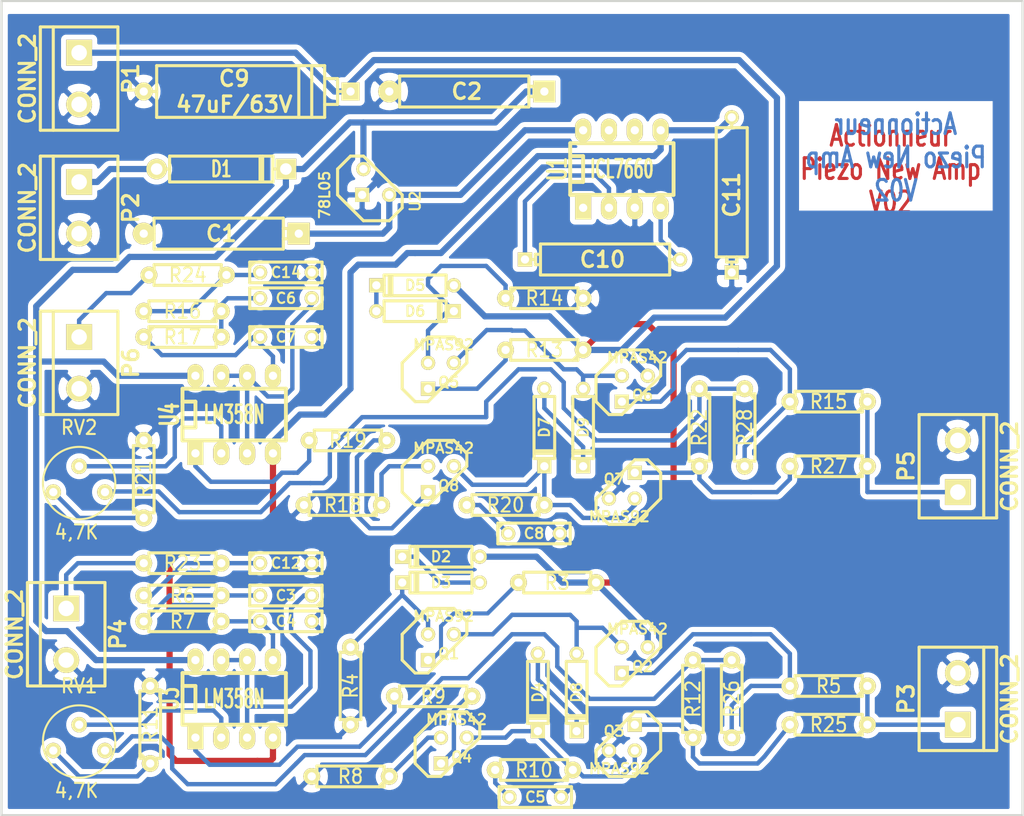
<source format=kicad_pcb>
(kicad_pcb (version 4) (host pcbnew "(2014-07-02 BZR 4969)-product")
  (title_block (title Actionneur_piezo))
  (layers (0 Composant power) (31 Cuivre signal) (34 B.Paste user) (35 F.Paste user) (36 B.SilkS user) (37 F.SilkS user) (38 B.Mask user) (39 F.Mask user) (44 Edge.Cuts user))
  (net 0 "")
  (net 1 +12V)
  (net 2 -VAA)
  (net 3 /12Vext)
  (net 4 /ampli_ht_horizontal/PIEZO_IN)
  (net 5 /ampli_ht_horizontal/PIEZO_OUT)
  (net 6 /ampli_ht_horizontal/S_OUT+)
  (net 7 /ampli_ht_horizontal/Vpil_0_3,3V)
  (net 8 /ampli_ht_vertical/PIEZO_IN)
  (net 9 /ampli_ht_vertical/PIEZO_OUT)
  (net 10 /ampli_ht_vertical/S_OUT+)
  (net 11 /ampli_ht_vertical/Vpil_0_3,3V)
  (net 12 GND)
  (net 13 HT)
  (net 14 "Net-(C10-Pad1)")
  (net 15 "Net-(C10-Pad2)")
  (net 16 "Net-(C12-Pad1)")
  (net 17 "Net-(C14-Pad1)")
  (net 18 "Net-(C3-Pad2)")
  (net 19 "Net-(C4-Pad1)")
  (net 20 "Net-(C5-Pad1)")
  (net 21 "Net-(C6-Pad2)")
  (net 22 "Net-(C7-Pad1)")
  (net 23 "Net-(C8-Pad1)")
  (net 24 "Net-(D2-Pad2)")
  (net 25 "Net-(D3-Pad2)")
  (net 26 "Net-(D4-Pad1)")
  (net 27 "Net-(D4-Pad2)")
  (net 28 "Net-(D5-Pad2)")
  (net 29 "Net-(D6-Pad2)")
  (net 30 "Net-(D7-Pad1)")
  (net 31 "Net-(D7-Pad2)")
  (net 32 "Net-(D8-Pad1)")
  (net 33 "Net-(D9-Pad1)")
  (net 34 "Net-(Q1-PadE)")
  (net 35 "Net-(Q2-PadE)")
  (net 36 "Net-(Q3-PadE)")
  (net 37 "Net-(Q4-PadB)")
  (net 38 "Net-(Q4-PadE)")
  (net 39 "Net-(Q5-PadE)")
  (net 40 "Net-(Q6-PadE)")
  (net 41 "Net-(Q7-PadE)")
  (net 42 "Net-(Q8-PadB)")
  (net 43 "Net-(Q8-PadE)")
  (net 44 "Net-(R11-Pad1)")
  (net 45 "Net-(R19-Pad2)")
  (net 46 "Net-(R21-Pad1)")
  (net 47 "Net-(R9-Pad2)")
  (net 48 "Net-(RV1-Pad2)")
  (net 49 "Net-(RV2-Pad2)")
  (net 50 VCC)
  (module bornier2 (layer Composant) (at 95.885 59.436 270)
    (fp_text reference P1 (at 0 -5.08 270) (layer F.SilkS) (effects (font (thickness 0.3048))))
    (fp_text value CONN_2 (at 0 5.08 270) (layer F.SilkS) (effects (font (thickness 0.3048))))
    (pad 1 thru_hole rect (at -2.54 0 270) (size 2.54 2.54) (drill 1.524) (layers *.Cu *.Mask F.SilkS) (net 13 HT))
    (pad 2 thru_hole circle (at 2.54 0 270) (size 2.54 2.54) (drill 1.524) (layers *.Cu *.Mask F.SilkS) (net 12 GND))
  )
  (module bornier2 (layer Composant) (at 182.245 120.396 90)
    (fp_text reference P3 (at 0 -5.08 90) (layer F.SilkS) (effects (font (thickness 0.3048))))
    (fp_text value CONN_2 (at 0 5.08 90) (layer F.SilkS) (effects (font (thickness 0.3048))))
    (pad 1 thru_hole rect (at -2.54 0 90) (size 2.54 2.54) (drill 1.524) (layers *.Cu *.Mask F.SilkS) (net 9 /ampli_ht_vertical/PIEZO_OUT))
    (pad 2 thru_hole circle (at 2.54 0 90) (size 2.54 2.54) (drill 1.524) (layers *.Cu *.Mask F.SilkS) (net 12 GND))
  )
  (module CP6 (layer Composant) (at 133.985 60.706 180)
    (fp_text reference C2 (at 0 0 180) (layer F.SilkS) (effects (font (thickness 0.3048))))
    (fp_text value 47uF/20V hide)
    (pad 1 thru_hole rect (at -7.62 0 180) (size 2.159 2.159) (drill 0.8128) (layers *.Cu *.Mask F.SilkS) (net 1 +12V))
    (pad 2 thru_hole circle (at 7.62 0 180) (size 2.159 2.159) (drill 0.8128) (layers *.Cu *.Mask F.SilkS) (net 12 GND))
  )
  (module CP6 (layer Composant) (at 109.855 74.676 180)
    (fp_text reference C1 (at 0 0 180) (layer F.SilkS) (effects (font (thickness 0.3048))))
    (fp_text value 47uF hide)
    (pad 1 thru_hole rect (at -7.62 0 180) (size 2.159 2.159) (drill 0.8128) (layers *.Cu *.Mask F.SilkS) (net 50 VCC))
    (pad 2 thru_hole circle (at 7.62 0 180) (size 2.159 2.159) (drill 0.8128) (layers *.Cu *.Mask F.SilkS) (net 12 GND))
  )
  (module D5 (layer Composant) (at 109.855 68.326)
    (fp_text reference D1 (at 0 0) (layer F.SilkS) (effects (font (size 1.524 1.016) (thickness 0.254))))
    (fp_text value 1N4007 hide)
    (pad 1 thru_hole circle (at -6.35 0) (size 2.032 2.032) (drill 1.143) (layers *.Cu *.Mask F.SilkS) (net 3 /12Vext))
    (pad 2 thru_hole rect (at 6.35 0) (size 2.032 2.032) (drill 1.143) (layers *.Cu *.Mask F.SilkS) (net 1 +12V))
  )
  (module TO92-CBE (layer Composant) (at 149.225 124.206 180)
    (fp_text reference Q3 (at 0.762 0.635 180) (layer F.SilkS) (effects (font (size 1.016 1.016) (thickness 0.2032))))
    (fp_text value MPAS92 (at 0.254 -3.048 180) (layer F.SilkS) (effects (font (size 1.016 1.016) (thickness 0.2032))))
    (pad E thru_hole rect (at -1.27 1.27 180) (size 1.397 1.397) (drill 0.8128) (layers *.Cu *.Mask F.SilkS) (net 36 "Net-(Q3-PadE)"))
    (pad B thru_hole circle (at -1.27 -1.27 180) (size 1.397 1.397) (drill 0.8128) (layers *.Cu *.Mask F.SilkS) (net 27 "Net-(D4-Pad2)"))
    (pad C thru_hole circle (at 1.27 -1.27 180) (size 1.397 1.397) (drill 0.8128) (layers *.Cu *.Mask F.SilkS) (net 12 GND))
  )
  (module TO92-CBE (layer Composant) (at 131.445 88.646)
    (fp_text reference Q5 (at 0.762 0.635) (layer F.SilkS) (effects (font (size 1.016 1.016) (thickness 0.2032))))
    (fp_text value MPAS92 (at 0.254 -3.048) (layer F.SilkS) (effects (font (size 1.016 1.016) (thickness 0.2032))))
    (pad E thru_hole rect (at -1.27 1.27) (size 1.397 1.397) (drill 0.8128) (layers *.Cu *.Mask F.SilkS) (net 39 "Net-(Q5-PadE)"))
    (pad B thru_hole circle (at -1.27 -1.27) (size 1.397 1.397) (drill 0.8128) (layers *.Cu *.Mask F.SilkS) (net 29 "Net-(D6-Pad2)"))
    (pad C thru_hole circle (at 1.27 -1.27) (size 1.397 1.397) (drill 0.8128) (layers *.Cu *.Mask F.SilkS) (net 33 "Net-(D9-Pad1)"))
  )
  (module TO92-CBE (layer Composant) (at 149.225 99.441 180)
    (fp_text reference Q7 (at 0.762 0.635 180) (layer F.SilkS) (effects (font (size 1.016 1.016) (thickness 0.2032))))
    (fp_text value MPAS92 (at 0.254 -3.048 180) (layer F.SilkS) (effects (font (size 1.016 1.016) (thickness 0.2032))))
    (pad E thru_hole rect (at -1.27 1.27 180) (size 1.397 1.397) (drill 0.8128) (layers *.Cu *.Mask F.SilkS) (net 41 "Net-(Q7-PadE)"))
    (pad B thru_hole circle (at -1.27 -1.27 180) (size 1.397 1.397) (drill 0.8128) (layers *.Cu *.Mask F.SilkS) (net 31 "Net-(D7-Pad2)"))
    (pad C thru_hole circle (at 1.27 -1.27 180) (size 1.397 1.397) (drill 0.8128) (layers *.Cu *.Mask F.SilkS) (net 12 GND))
  )
  (module TO92-CBE (layer Composant) (at 150.495 89.916)
    (fp_text reference Q6 (at 0.762 0.635) (layer F.SilkS) (effects (font (size 1.016 1.016) (thickness 0.2032))))
    (fp_text value MPAS42 (at 0.254 -3.048) (layer F.SilkS) (effects (font (size 1.016 1.016) (thickness 0.2032))))
    (pad E thru_hole rect (at -1.27 1.27) (size 1.397 1.397) (drill 0.8128) (layers *.Cu *.Mask F.SilkS) (net 40 "Net-(Q6-PadE)"))
    (pad B thru_hole circle (at -1.27 -1.27) (size 1.397 1.397) (drill 0.8128) (layers *.Cu *.Mask F.SilkS) (net 33 "Net-(D9-Pad1)"))
    (pad C thru_hole circle (at 1.27 -1.27) (size 1.397 1.397) (drill 0.8128) (layers *.Cu *.Mask F.SilkS) (net 13 HT))
  )
  (module TO92-CBE (layer Composant) (at 131.445 115.316)
    (fp_text reference Q1 (at 0.762 0.635) (layer F.SilkS) (effects (font (size 1.016 1.016) (thickness 0.2032))))
    (fp_text value MPAS92 (at 0.254 -3.048) (layer F.SilkS) (effects (font (size 1.016 1.016) (thickness 0.2032))))
    (pad E thru_hole rect (at -1.27 1.27) (size 1.397 1.397) (drill 0.8128) (layers *.Cu *.Mask F.SilkS) (net 34 "Net-(Q1-PadE)"))
    (pad B thru_hole circle (at -1.27 -1.27) (size 1.397 1.397) (drill 0.8128) (layers *.Cu *.Mask F.SilkS) (net 25 "Net-(D3-Pad2)"))
    (pad C thru_hole circle (at 1.27 -1.27) (size 1.397 1.397) (drill 0.8128) (layers *.Cu *.Mask F.SilkS) (net 32 "Net-(D8-Pad1)"))
  )
  (module TO92-CBE (layer Composant) (at 150.495 116.586)
    (fp_text reference Q2 (at 0.762 0.635) (layer F.SilkS) (effects (font (size 1.016 1.016) (thickness 0.2032))))
    (fp_text value MPAS42 (at 0.254 -3.048) (layer F.SilkS) (effects (font (size 1.016 1.016) (thickness 0.2032))))
    (pad E thru_hole rect (at -1.27 1.27) (size 1.397 1.397) (drill 0.8128) (layers *.Cu *.Mask F.SilkS) (net 35 "Net-(Q2-PadE)"))
    (pad B thru_hole circle (at -1.27 -1.27) (size 1.397 1.397) (drill 0.8128) (layers *.Cu *.Mask F.SilkS) (net 32 "Net-(D8-Pad1)"))
    (pad C thru_hole circle (at 1.27 -1.27) (size 1.397 1.397) (drill 0.8128) (layers *.Cu *.Mask F.SilkS) (net 13 HT))
  )
  (module TO92-CBE (layer Composant) (at 132.715 125.476)
    (fp_text reference Q4 (at 0.762 0.635) (layer F.SilkS) (effects (font (size 1.016 1.016) (thickness 0.2032))))
    (fp_text value MPAS42 (at 0.254 -3.048) (layer F.SilkS) (effects (font (size 1.016 1.016) (thickness 0.2032))))
    (pad E thru_hole rect (at -1.27 1.27) (size 1.397 1.397) (drill 0.8128) (layers *.Cu *.Mask F.SilkS) (net 38 "Net-(Q4-PadE)"))
    (pad B thru_hole circle (at -1.27 -1.27) (size 1.397 1.397) (drill 0.8128) (layers *.Cu *.Mask F.SilkS) (net 37 "Net-(Q4-PadB)"))
    (pad C thru_hole circle (at 1.27 -1.27) (size 1.397 1.397) (drill 0.8128) (layers *.Cu *.Mask F.SilkS) (net 27 "Net-(D4-Pad2)"))
  )
  (module TO92-CBE (layer Composant) (at 131.445 98.806)
    (fp_text reference Q8 (at 0.762 0.635) (layer F.SilkS) (effects (font (size 1.016 1.016) (thickness 0.2032))))
    (fp_text value MPAS42 (at 0.254 -3.048) (layer F.SilkS) (effects (font (size 1.016 1.016) (thickness 0.2032))))
    (pad E thru_hole rect (at -1.27 1.27) (size 1.397 1.397) (drill 0.8128) (layers *.Cu *.Mask F.SilkS) (net 43 "Net-(Q8-PadE)"))
    (pad B thru_hole circle (at -1.27 -1.27) (size 1.397 1.397) (drill 0.8128) (layers *.Cu *.Mask F.SilkS) (net 42 "Net-(Q8-PadB)"))
    (pad C thru_hole circle (at 1.27 -1.27) (size 1.397 1.397) (drill 0.8128) (layers *.Cu *.Mask F.SilkS) (net 31 "Net-(D7-Pad2)"))
  )
  (module bornier2 (layer Composant) (at 95.885 72.136 270)
    (fp_text reference P2 (at 0 -5.08 270) (layer F.SilkS) (effects (font (thickness 0.3048))))
    (fp_text value CONN_2 (at 0 5.08 270) (layer F.SilkS) (effects (font (thickness 0.3048))))
    (pad 1 thru_hole rect (at -2.54 0 270) (size 2.54 2.54) (drill 1.524) (layers *.Cu *.Mask F.SilkS) (net 3 /12Vext))
    (pad 2 thru_hole circle (at 2.54 0 270) (size 2.54 2.54) (drill 1.524) (layers *.Cu *.Mask F.SilkS) (net 12 GND))
  )
  (module DIP-8__300_ELL (layer Composant) (at 149.225 68.326)
    (fp_text reference U1 (at -6.35 0 90) (layer F.SilkS) (effects (font (size 1.778 1.143) (thickness 0.28702))))
    (fp_text value ICL7660 (at 0 0) (layer F.SilkS) (effects (font (size 1.778 1.016) (thickness 0.254))))
    (pad 1 thru_hole rect (at -3.81 3.81) (size 1.5748 2.286) (drill 0.8128) (layers *.Cu *.Mask F.SilkS))
    (pad 2 thru_hole oval (at -1.27 3.81) (size 1.5748 2.286) (drill 0.8128) (layers *.Cu *.Mask F.SilkS) (net 14 "Net-(C10-Pad1)"))
    (pad 3 thru_hole oval (at 1.27 3.81) (size 1.5748 2.286) (drill 0.8128) (layers *.Cu *.Mask F.SilkS) (net 12 GND))
    (pad 4 thru_hole oval (at 3.81 3.81) (size 1.5748 2.286) (drill 0.8128) (layers *.Cu *.Mask F.SilkS) (net 15 "Net-(C10-Pad2)"))
    (pad 5 thru_hole oval (at 3.81 -3.81) (size 1.5748 2.286) (drill 0.8128) (layers *.Cu *.Mask F.SilkS) (net 2 -VAA))
    (pad 6 thru_hole oval (at 1.27 -3.81) (size 1.5748 2.286) (drill 0.8128) (layers *.Cu *.Mask F.SilkS))
    (pad 7 thru_hole oval (at -1.27 -3.81) (size 1.5748 2.286) (drill 0.8128) (layers *.Cu *.Mask F.SilkS))
    (pad 8 thru_hole oval (at -3.81 -3.81) (size 1.5748 2.286) (drill 0.8128) (layers *.Cu *.Mask F.SilkS) (net 50 VCC))
  )
  (module DIP-8__300_ELL (layer Composant) (at 111.125 92.456)
    (fp_text reference U4 (at -6.35 0 90) (layer F.SilkS) (effects (font (size 1.778 1.143) (thickness 0.28702))))
    (fp_text value LM358N (at 0 0) (layer F.SilkS) (effects (font (size 1.778 1.016) (thickness 0.254))))
    (pad 1 thru_hole rect (at -3.81 3.81) (size 1.5748 2.286) (drill 0.8128) (layers *.Cu *.Mask F.SilkS) (net 45 "Net-(R19-Pad2)"))
    (pad 2 thru_hole oval (at -1.27 3.81) (size 1.5748 2.286) (drill 0.8128) (layers *.Cu *.Mask F.SilkS) (net 49 "Net-(RV2-Pad2)"))
    (pad 3 thru_hole oval (at 1.27 3.81) (size 1.5748 2.286) (drill 0.8128) (layers *.Cu *.Mask F.SilkS) (net 7 /ampli_ht_horizontal/Vpil_0_3,3V))
    (pad 4 thru_hole oval (at 3.81 3.81) (size 1.5748 2.286) (drill 0.8128) (layers *.Cu *.Mask F.SilkS) (net 2 -VAA))
    (pad 5 thru_hole oval (at 3.81 -3.81) (size 1.5748 2.286) (drill 0.8128) (layers *.Cu *.Mask F.SilkS) (net 22 "Net-(C7-Pad1)"))
    (pad 6 thru_hole oval (at 1.27 -3.81) (size 1.5748 2.286) (drill 0.8128) (layers *.Cu *.Mask F.SilkS) (net 7 /ampli_ht_horizontal/Vpil_0_3,3V))
    (pad 7 thru_hole oval (at -1.27 -3.81) (size 1.5748 2.286) (drill 0.8128) (layers *.Cu *.Mask F.SilkS) (net 7 /ampli_ht_horizontal/Vpil_0_3,3V))
    (pad 8 thru_hole oval (at -3.81 -3.81) (size 1.5748 2.286) (drill 0.8128) (layers *.Cu *.Mask F.SilkS) (net 1 +12V))
  )
  (module bornier2 (layer Composant) (at 94.615 114.046 270)
    (fp_text reference P4 (at 0 -5.08 270) (layer F.SilkS) (effects (font (thickness 0.3048))))
    (fp_text value CONN_2 (at 0 5.08 270) (layer F.SilkS) (effects (font (thickness 0.3048))))
    (pad 1 thru_hole rect (at -2.54 0 270) (size 2.54 2.54) (drill 1.524) (layers *.Cu *.Mask F.SilkS) (net 8 /ampli_ht_vertical/PIEZO_IN))
    (pad 2 thru_hole circle (at 2.54 0 270) (size 2.54 2.54) (drill 1.524) (layers *.Cu *.Mask F.SilkS) (net 12 GND))
  )
  (module bornier2 (layer Composant) (at 182.245 97.536 90)
    (fp_text reference P5 (at 0 -5.08 90) (layer F.SilkS) (effects (font (thickness 0.3048))))
    (fp_text value CONN_2 (at 0 5.08 90) (layer F.SilkS) (effects (font (thickness 0.3048))))
    (pad 1 thru_hole rect (at -2.54 0 90) (size 2.54 2.54) (drill 1.524) (layers *.Cu *.Mask F.SilkS) (net 5 /ampli_ht_horizontal/PIEZO_OUT))
    (pad 2 thru_hole circle (at 2.54 0 90) (size 2.54 2.54) (drill 1.524) (layers *.Cu *.Mask F.SilkS) (net 12 GND))
  )
  (module bornier2 (layer Composant) (at 95.885 87.376 270)
    (fp_text reference P6 (at 0 -5.08 270) (layer F.SilkS) (effects (font (thickness 0.3048))))
    (fp_text value CONN_2 (at 0 5.08 270) (layer F.SilkS) (effects (font (thickness 0.3048))))
    (pad 1 thru_hole rect (at -2.54 0 270) (size 2.54 2.54) (drill 1.524) (layers *.Cu *.Mask F.SilkS) (net 4 /ampli_ht_horizontal/PIEZO_IN))
    (pad 2 thru_hole circle (at 2.54 0 270) (size 2.54 2.54) (drill 1.524) (layers *.Cu *.Mask F.SilkS) (net 12 GND))
  )
  (module DIP-8__300_ELL (layer Composant) (at 111.125 120.396)
    (fp_text reference U3 (at -6.35 0 90) (layer F.SilkS) (effects (font (size 1.778 1.143) (thickness 0.28702))))
    (fp_text value LM358N (at 0 0) (layer F.SilkS) (effects (font (size 1.778 1.016) (thickness 0.254))))
    (pad 1 thru_hole rect (at -3.81 3.81) (size 1.5748 2.286) (drill 0.8128) (layers *.Cu *.Mask F.SilkS) (net 47 "Net-(R9-Pad2)"))
    (pad 2 thru_hole oval (at -1.27 3.81) (size 1.5748 2.286) (drill 0.8128) (layers *.Cu *.Mask F.SilkS) (net 48 "Net-(RV1-Pad2)"))
    (pad 3 thru_hole oval (at 1.27 3.81) (size 1.5748 2.286) (drill 0.8128) (layers *.Cu *.Mask F.SilkS) (net 11 /ampli_ht_vertical/Vpil_0_3,3V))
    (pad 4 thru_hole oval (at 3.81 3.81) (size 1.5748 2.286) (drill 0.8128) (layers *.Cu *.Mask F.SilkS) (net 2 -VAA))
    (pad 5 thru_hole oval (at 3.81 -3.81) (size 1.5748 2.286) (drill 0.8128) (layers *.Cu *.Mask F.SilkS) (net 19 "Net-(C4-Pad1)"))
    (pad 6 thru_hole oval (at 1.27 -3.81) (size 1.5748 2.286) (drill 0.8128) (layers *.Cu *.Mask F.SilkS) (net 11 /ampli_ht_vertical/Vpil_0_3,3V))
    (pad 7 thru_hole oval (at -1.27 -3.81) (size 1.5748 2.286) (drill 0.8128) (layers *.Cu *.Mask F.SilkS) (net 11 /ampli_ht_vertical/Vpil_0_3,3V))
    (pad 8 thru_hole oval (at -3.81 -3.81) (size 1.5748 2.286) (drill 0.8128) (layers *.Cu *.Mask F.SilkS) (net 1 +12V))
  )
  (module R3-LARGE_PADS (layer Composant) (at 130.683 120.142 180)
    (fp_text reference R9 (at 0 0 180) (layer F.SilkS) (effects (font (size 1.397 1.27) (thickness 0.2032))))
    (fp_text value 1K hide)
    (pad 1 thru_hole circle (at -3.81 0 180) (size 1.651 1.651) (drill 0.8128) (layers *.Cu *.Mask F.SilkS) (net 38 "Net-(Q4-PadE)"))
    (pad 2 thru_hole circle (at 3.81 0 180) (size 1.651 1.651) (drill 0.8128) (layers *.Cu *.Mask F.SilkS) (net 47 "Net-(R9-Pad2)"))
  )
  (module R3-LARGE_PADS (layer Composant) (at 169.545 91.186 180)
    (fp_text reference R15 (at 0 0 180) (layer F.SilkS) (effects (font (size 1.397 1.27) (thickness 0.2032))))
    (fp_text value 47 hide)
    (pad 1 thru_hole circle (at -3.81 0 180) (size 1.651 1.651) (drill 0.8128) (layers *.Cu *.Mask F.SilkS) (net 5 /ampli_ht_horizontal/PIEZO_OUT))
    (pad 2 thru_hole circle (at 3.81 0 180) (size 1.651 1.651) (drill 0.8128) (layers *.Cu *.Mask F.SilkS) (net 40 "Net-(Q6-PadE)"))
  )
  (module RV2 (layer Composant) (at 95.885 124.206)
    (fp_text reference RV1 (at 0 -5.08) (layer F.SilkS) (effects (font (size 1.397 1.27) (thickness 0.2032))))
    (fp_text value 4,7K (at -0.254 5.207) (layer F.SilkS) (effects (font (size 1.397 1.27) (thickness 0.2032))))
    (pad 1 thru_hole circle (at -2.54 1.27) (size 1.524 1.524) (drill 0.8128) (layers *.Cu *.Mask F.SilkS) (net 44 "Net-(R11-Pad1)"))
    (pad 2 thru_hole circle (at 0 -1.27) (size 1.524 1.524) (drill 0.8128) (layers *.Cu *.Mask F.SilkS) (net 48 "Net-(RV1-Pad2)"))
    (pad 3 thru_hole circle (at 2.54 1.27) (size 1.524 1.524) (drill 0.8128) (layers *.Cu *.Mask F.SilkS) (net 10 /ampli_ht_vertical/S_OUT+))
  )
  (module RV2 (layer Composant) (at 95.885 98.806)
    (fp_text reference RV2 (at 0 -5.08) (layer F.SilkS) (effects (font (size 1.397 1.27) (thickness 0.2032))))
    (fp_text value 4,7K (at -0.254 5.207) (layer F.SilkS) (effects (font (size 1.397 1.27) (thickness 0.2032))))
    (pad 1 thru_hole circle (at -2.54 1.27) (size 1.524 1.524) (drill 0.8128) (layers *.Cu *.Mask F.SilkS) (net 46 "Net-(R21-Pad1)"))
    (pad 2 thru_hole circle (at 0 -1.27) (size 1.524 1.524) (drill 0.8128) (layers *.Cu *.Mask F.SilkS) (net 49 "Net-(RV2-Pad2)"))
    (pad 3 thru_hole circle (at 2.54 1.27) (size 1.524 1.524) (drill 0.8128) (layers *.Cu *.Mask F.SilkS) (net 6 /ampli_ht_horizontal/S_OUT+))
  )
  (module C2 (layer Composant) (at 116.205 110.236 180)
    (fp_text reference C3 (at 0 0 180) (layer F.SilkS) (effects (font (size 1.016 1.016) (thickness 0.2032))))
    (fp_text value 15nF hide)
    (pad 1 thru_hole circle (at -2.54 0 180) (size 1.397 1.397) (drill 0.8128) (layers *.Cu *.Mask F.SilkS) (net 11 /ampli_ht_vertical/Vpil_0_3,3V))
    (pad 2 thru_hole circle (at 2.54 0 180) (size 1.397 1.397) (drill 0.8128) (layers *.Cu *.Mask F.SilkS) (net 18 "Net-(C3-Pad2)"))
  )
  (module C2 (layer Composant) (at 116.205 112.776)
    (fp_text reference C4 (at 0 0) (layer F.SilkS) (effects (font (size 1.016 1.016) (thickness 0.2032))))
    (fp_text value 4,7nF hide)
    (pad 1 thru_hole circle (at -2.54 0) (size 1.397 1.397) (drill 0.8128) (layers *.Cu *.Mask F.SilkS) (net 19 "Net-(C4-Pad1)"))
    (pad 2 thru_hole circle (at 2.54 0) (size 1.397 1.397) (drill 0.8128) (layers *.Cu *.Mask F.SilkS) (net 12 GND))
  )
  (module C2 (layer Composant) (at 140.716 130.048)
    (fp_text reference C5 (at 0 0) (layer F.SilkS) (effects (font (size 1.016 1.016) (thickness 0.2032))))
    (fp_text value 820pF hide)
    (pad 1 thru_hole circle (at -2.54 0) (size 1.397 1.397) (drill 0.8128) (layers *.Cu *.Mask F.SilkS) (net 20 "Net-(C5-Pad1)"))
    (pad 2 thru_hole circle (at 2.54 0) (size 1.397 1.397) (drill 0.8128) (layers *.Cu *.Mask F.SilkS) (net 12 GND))
  )
  (module C2 (layer Composant) (at 116.205 81.026 180)
    (fp_text reference C6 (at 0 0 180) (layer F.SilkS) (effects (font (size 1.016 1.016) (thickness 0.2032))))
    (fp_text value 15nF hide)
    (pad 1 thru_hole circle (at -2.54 0 180) (size 1.397 1.397) (drill 0.8128) (layers *.Cu *.Mask F.SilkS) (net 7 /ampli_ht_horizontal/Vpil_0_3,3V))
    (pad 2 thru_hole circle (at 2.54 0 180) (size 1.397 1.397) (drill 0.8128) (layers *.Cu *.Mask F.SilkS) (net 21 "Net-(C6-Pad2)"))
  )
  (module C2 (layer Composant) (at 116.205 84.836)
    (fp_text reference C7 (at 0 0) (layer F.SilkS) (effects (font (size 1.016 1.016) (thickness 0.2032))))
    (fp_text value 4,7nF hide)
    (pad 1 thru_hole circle (at -2.54 0) (size 1.397 1.397) (drill 0.8128) (layers *.Cu *.Mask F.SilkS) (net 22 "Net-(C7-Pad1)"))
    (pad 2 thru_hole circle (at 2.54 0) (size 1.397 1.397) (drill 0.8128) (layers *.Cu *.Mask F.SilkS) (net 12 GND))
  )
  (module C2 (layer Composant) (at 140.589 104.14)
    (fp_text reference C8 (at 0 0) (layer F.SilkS) (effects (font (size 1.016 1.016) (thickness 0.2032))))
    (fp_text value 820pF hide)
    (pad 1 thru_hole circle (at -2.54 0) (size 1.397 1.397) (drill 0.8128) (layers *.Cu *.Mask F.SilkS) (net 23 "Net-(C8-Pad1)"))
    (pad 2 thru_hole circle (at 2.54 0) (size 1.397 1.397) (drill 0.8128) (layers *.Cu *.Mask F.SilkS) (net 12 GND))
  )
  (module CP8 (layer Composant) (at 112.395 60.706 180)
    (fp_text reference C9 (at 1.27 1.27 180) (layer F.SilkS) (effects (font (thickness 0.3048))))
    (fp_text value 47uF/63V (at 1.27 -1.27 180) (layer F.SilkS) (effects (font (thickness 0.3048))))
    (pad 1 thru_hole rect (at -10.16 0 180) (size 1.778 1.778) (drill 0.8128) (layers *.Cu *.Mask F.SilkS) (net 13 HT))
    (pad 2 thru_hole circle (at 10.16 0 180) (size 1.778 1.778) (drill 0.8128) (layers *.Cu *.Mask F.SilkS) (net 12 GND))
  )
  (module D3 (layer Composant) (at 131.445 106.426 180)
    (fp_text reference D2 (at 0 0 180) (layer F.SilkS) (effects (font (size 1.016 1.016) (thickness 0.2032))))
    (fp_text value 1N4148 hide)
    (pad 2 thru_hole rect (at 3.81 0 180) (size 1.397 1.397) (drill 0.8128) (layers *.Cu *.Mask F.SilkS) (net 24 "Net-(D2-Pad2)"))
    (pad 1 thru_hole circle (at -3.81 0 180) (size 1.397 1.397) (drill 0.8128) (layers *.Cu *.Mask F.SilkS) (net 13 HT))
  )
  (module D3 (layer Composant) (at 131.445 108.966 180)
    (fp_text reference D3 (at 0 0 180) (layer F.SilkS) (effects (font (size 1.016 1.016) (thickness 0.2032))))
    (fp_text value 1N4148 hide)
    (pad 2 thru_hole rect (at 3.81 0 180) (size 1.397 1.397) (drill 0.8128) (layers *.Cu *.Mask F.SilkS) (net 25 "Net-(D3-Pad2)"))
    (pad 1 thru_hole circle (at -3.81 0 180) (size 1.397 1.397) (drill 0.8128) (layers *.Cu *.Mask F.SilkS) (net 24 "Net-(D2-Pad2)"))
  )
  (module D3 (layer Composant) (at 140.97 119.761 270)
    (fp_text reference D4 (at 0 0 270) (layer F.SilkS) (effects (font (size 1.016 1.016) (thickness 0.2032))))
    (fp_text value 1N4148 hide)
    (pad 2 thru_hole rect (at 3.81 0 270) (size 1.397 1.397) (drill 0.8128) (layers *.Cu *.Mask F.SilkS) (net 27 "Net-(D4-Pad2)"))
    (pad 1 thru_hole circle (at -3.81 0 270) (size 1.397 1.397) (drill 0.8128) (layers *.Cu *.Mask F.SilkS) (net 26 "Net-(D4-Pad1)"))
  )
  (module D3 (layer Composant) (at 128.905 79.756 180)
    (fp_text reference D5 (at 0 0 180) (layer F.SilkS) (effects (font (size 1.016 1.016) (thickness 0.2032))))
    (fp_text value 1N4148 hide)
    (pad 2 thru_hole rect (at 3.81 0 180) (size 1.397 1.397) (drill 0.8128) (layers *.Cu *.Mask F.SilkS) (net 28 "Net-(D5-Pad2)"))
    (pad 1 thru_hole circle (at -3.81 0 180) (size 1.397 1.397) (drill 0.8128) (layers *.Cu *.Mask F.SilkS) (net 13 HT))
  )
  (module D3 (layer Composant) (at 128.905 82.296)
    (fp_text reference D6 (at 0 0) (layer F.SilkS) (effects (font (size 1.016 1.016) (thickness 0.2032))))
    (fp_text value 1N4148 hide)
    (pad 2 thru_hole rect (at 3.81 0) (size 1.397 1.397) (drill 0.8128) (layers *.Cu *.Mask F.SilkS) (net 29 "Net-(D6-Pad2)"))
    (pad 1 thru_hole circle (at -3.81 0) (size 1.397 1.397) (drill 0.8128) (layers *.Cu *.Mask F.SilkS) (net 28 "Net-(D5-Pad2)"))
  )
  (module D3 (layer Composant) (at 141.605 93.726 270)
    (fp_text reference D7 (at 0 0 270) (layer F.SilkS) (effects (font (size 1.016 1.016) (thickness 0.2032))))
    (fp_text value 1N4148 hide)
    (pad 2 thru_hole rect (at 3.81 0 270) (size 1.397 1.397) (drill 0.8128) (layers *.Cu *.Mask F.SilkS) (net 31 "Net-(D7-Pad2)"))
    (pad 1 thru_hole circle (at -3.81 0 270) (size 1.397 1.397) (drill 0.8128) (layers *.Cu *.Mask F.SilkS) (net 30 "Net-(D7-Pad1)"))
  )
  (module R3-LARGE_PADS (layer Composant) (at 142.875 108.966 180)
    (fp_text reference R3 (at 0 0 180) (layer F.SilkS) (effects (font (size 1.397 1.27) (thickness 0.2032))))
    (fp_text value 470 hide)
    (pad 1 thru_hole circle (at -3.81 0 180) (size 1.651 1.651) (drill 0.8128) (layers *.Cu *.Mask F.SilkS) (net 13 HT))
    (pad 2 thru_hole circle (at 3.81 0 180) (size 1.651 1.651) (drill 0.8128) (layers *.Cu *.Mask F.SilkS) (net 34 "Net-(Q1-PadE)"))
  )
  (module R3-LARGE_PADS (layer Composant) (at 122.555 119.126 270)
    (fp_text reference R4 (at 0 0 270) (layer F.SilkS) (effects (font (size 1.397 1.27) (thickness 0.2032))))
    (fp_text value 220K hide)
    (pad 1 thru_hole circle (at -3.81 0 270) (size 1.651 1.651) (drill 0.8128) (layers *.Cu *.Mask F.SilkS) (net 25 "Net-(D3-Pad2)"))
    (pad 2 thru_hole circle (at 3.81 0 270) (size 1.651 1.651) (drill 0.8128) (layers *.Cu *.Mask F.SilkS) (net 12 GND))
  )
  (module R3-LARGE_PADS (layer Composant) (at 169.545 119.126 180)
    (fp_text reference R5 (at 0 0 180) (layer F.SilkS) (effects (font (size 1.397 1.27) (thickness 0.2032))))
    (fp_text value 47 hide)
    (pad 1 thru_hole circle (at -3.81 0 180) (size 1.651 1.651) (drill 0.8128) (layers *.Cu *.Mask F.SilkS) (net 9 /ampli_ht_vertical/PIEZO_OUT))
    (pad 2 thru_hole circle (at 3.81 0 180) (size 1.651 1.651) (drill 0.8128) (layers *.Cu *.Mask F.SilkS) (net 35 "Net-(Q2-PadE)"))
  )
  (module R3-LARGE_PADS (layer Composant) (at 106.045 110.236 180)
    (fp_text reference R6 (at 0 0 180) (layer F.SilkS) (effects (font (size 1.397 1.27) (thickness 0.2032))))
    (fp_text value 22K hide)
    (pad 1 thru_hole circle (at -3.81 0 180) (size 1.651 1.651) (drill 0.8128) (layers *.Cu *.Mask F.SilkS) (net 18 "Net-(C3-Pad2)"))
    (pad 2 thru_hole circle (at 3.81 0 180) (size 1.651 1.651) (drill 0.8128) (layers *.Cu *.Mask F.SilkS) (net 16 "Net-(C12-Pad1)"))
  )
  (module R3-LARGE_PADS (layer Composant) (at 106.045 112.776 180)
    (fp_text reference R7 (at 0 0 180) (layer F.SilkS) (effects (font (size 1.397 1.27) (thickness 0.2032))))
    (fp_text value 22K hide)
    (pad 1 thru_hole circle (at -3.81 0 180) (size 1.651 1.651) (drill 0.8128) (layers *.Cu *.Mask F.SilkS) (net 19 "Net-(C4-Pad1)"))
    (pad 2 thru_hole circle (at 3.81 0 180) (size 1.651 1.651) (drill 0.8128) (layers *.Cu *.Mask F.SilkS) (net 18 "Net-(C3-Pad2)"))
  )
  (module R3-LARGE_PADS (layer Composant) (at 122.555 128.016 180)
    (fp_text reference R8 (at 0 0 180) (layer F.SilkS) (effects (font (size 1.397 1.27) (thickness 0.2032))))
    (fp_text value 1K hide)
    (pad 1 thru_hole circle (at -3.81 0 180) (size 1.651 1.651) (drill 0.8128) (layers *.Cu *.Mask F.SilkS) (net 37 "Net-(Q4-PadB)"))
    (pad 2 thru_hole circle (at 3.81 0 180) (size 1.651 1.651) (drill 0.8128) (layers *.Cu *.Mask F.SilkS) (net 12 GND))
  )
  (module R3-LARGE_PADS (layer Composant) (at 140.589 127.381 180)
    (fp_text reference R10 (at 0 0 180) (layer F.SilkS) (effects (font (size 1.397 1.27) (thickness 0.2032))))
    (fp_text value 5,6K hide)
    (pad 1 thru_hole circle (at -3.81 0 180) (size 1.651 1.651) (drill 0.8128) (layers *.Cu *.Mask F.SilkS) (net 27 "Net-(D4-Pad2)"))
    (pad 2 thru_hole circle (at 3.81 0 180) (size 1.651 1.651) (drill 0.8128) (layers *.Cu *.Mask F.SilkS) (net 20 "Net-(C5-Pad1)"))
  )
  (module R3-LARGE_PADS (layer Composant) (at 102.87 122.936 90)
    (fp_text reference R11 (at 0 0 90) (layer F.SilkS) (effects (font (size 1.397 1.27) (thickness 0.2032))))
    (fp_text value 4,7K hide)
    (pad 1 thru_hole circle (at -3.81 0 90) (size 1.651 1.651) (drill 0.8128) (layers *.Cu *.Mask F.SilkS) (net 44 "Net-(R11-Pad1)"))
    (pad 2 thru_hole circle (at 3.81 0 90) (size 1.651 1.651) (drill 0.8128) (layers *.Cu *.Mask F.SilkS) (net 12 GND))
  )
  (module R3-LARGE_PADS (layer Composant) (at 156.21 120.396 270)
    (fp_text reference R12 (at 0 0 270) (layer F.SilkS) (effects (font (size 1.397 1.27) (thickness 0.2032))))
    (fp_text value 220K hide)
    (pad 1 thru_hole circle (at -3.81 0 270) (size 1.651 1.651) (drill 0.8128) (layers *.Cu *.Mask F.SilkS) (net 10 /ampli_ht_vertical/S_OUT+))
    (pad 2 thru_hole circle (at 3.81 0 270) (size 1.651 1.651) (drill 0.8128) (layers *.Cu *.Mask F.SilkS) (net 36 "Net-(Q3-PadE)"))
  )
  (module R3-LARGE_PADS (layer Composant) (at 141.605 86.106 180)
    (fp_text reference R13 (at 0 0 180) (layer F.SilkS) (effects (font (size 1.397 1.27) (thickness 0.2032))))
    (fp_text value 470 hide)
    (pad 1 thru_hole circle (at -3.81 0 180) (size 1.651 1.651) (drill 0.8128) (layers *.Cu *.Mask F.SilkS) (net 13 HT))
    (pad 2 thru_hole circle (at 3.81 0 180) (size 1.651 1.651) (drill 0.8128) (layers *.Cu *.Mask F.SilkS) (net 39 "Net-(Q5-PadE)"))
  )
  (module R3-LARGE_PADS (layer Composant) (at 141.605 81.026)
    (fp_text reference R14 (at 0 0) (layer F.SilkS) (effects (font (size 1.397 1.27) (thickness 0.2032))))
    (fp_text value 220K hide)
    (pad 1 thru_hole circle (at -3.81 0) (size 1.651 1.651) (drill 0.8128) (layers *.Cu *.Mask F.SilkS) (net 29 "Net-(D6-Pad2)"))
    (pad 2 thru_hole circle (at 3.81 0) (size 1.651 1.651) (drill 0.8128) (layers *.Cu *.Mask F.SilkS) (net 12 GND))
  )
  (module R3-LARGE_PADS (layer Composant) (at 106.045 82.296 180)
    (fp_text reference R16 (at 0 0 180) (layer F.SilkS) (effects (font (size 1.397 1.27) (thickness 0.2032))))
    (fp_text value 22K hide)
    (pad 1 thru_hole circle (at -3.81 0 180) (size 1.651 1.651) (drill 0.8128) (layers *.Cu *.Mask F.SilkS) (net 21 "Net-(C6-Pad2)"))
    (pad 2 thru_hole circle (at 3.81 0 180) (size 1.651 1.651) (drill 0.8128) (layers *.Cu *.Mask F.SilkS) (net 17 "Net-(C14-Pad1)"))
  )
  (module R3-LARGE_PADS (layer Composant) (at 106.045 84.836)
    (fp_text reference R17 (at 0 0) (layer F.SilkS) (effects (font (size 1.397 1.27) (thickness 0.2032))))
    (fp_text value 22K hide)
    (pad 1 thru_hole circle (at -3.81 0) (size 1.651 1.651) (drill 0.8128) (layers *.Cu *.Mask F.SilkS) (net 22 "Net-(C7-Pad1)"))
    (pad 2 thru_hole circle (at 3.81 0) (size 1.651 1.651) (drill 0.8128) (layers *.Cu *.Mask F.SilkS) (net 21 "Net-(C6-Pad2)"))
  )
  (module R3-LARGE_PADS (layer Composant) (at 121.793 101.346 180)
    (fp_text reference R18 (at 0 0 180) (layer F.SilkS) (effects (font (size 1.397 1.27) (thickness 0.2032))))
    (fp_text value 1K hide)
    (pad 1 thru_hole circle (at -3.81 0 180) (size 1.651 1.651) (drill 0.8128) (layers *.Cu *.Mask F.SilkS) (net 42 "Net-(Q8-PadB)"))
    (pad 2 thru_hole circle (at 3.81 0 180) (size 1.651 1.651) (drill 0.8128) (layers *.Cu *.Mask F.SilkS) (net 12 GND))
  )
  (module R3-LARGE_PADS (layer Composant) (at 122.301 94.996 180)
    (fp_text reference R19 (at 0 0 180) (layer F.SilkS) (effects (font (size 1.397 1.27) (thickness 0.2032))))
    (fp_text value 1K hide)
    (pad 1 thru_hole circle (at -3.81 0 180) (size 1.651 1.651) (drill 0.8128) (layers *.Cu *.Mask F.SilkS) (net 43 "Net-(Q8-PadE)"))
    (pad 2 thru_hole circle (at 3.81 0 180) (size 1.651 1.651) (drill 0.8128) (layers *.Cu *.Mask F.SilkS) (net 45 "Net-(R19-Pad2)"))
  )
  (module R3-LARGE_PADS (layer Composant) (at 137.795 101.346 180)
    (fp_text reference R20 (at 0 0 180) (layer F.SilkS) (effects (font (size 1.397 1.27) (thickness 0.2032))))
    (fp_text value 5,6K hide)
    (pad 1 thru_hole circle (at -3.81 0 180) (size 1.651 1.651) (drill 0.8128) (layers *.Cu *.Mask F.SilkS) (net 31 "Net-(D7-Pad2)"))
    (pad 2 thru_hole circle (at 3.81 0 180) (size 1.651 1.651) (drill 0.8128) (layers *.Cu *.Mask F.SilkS) (net 23 "Net-(C8-Pad1)"))
  )
  (module R3-LARGE_PADS (layer Composant) (at 102.235 98.806 90)
    (fp_text reference R21 (at 0 0 90) (layer F.SilkS) (effects (font (size 1.397 1.27) (thickness 0.2032))))
    (fp_text value 4,7K hide)
    (pad 1 thru_hole circle (at -3.81 0 90) (size 1.651 1.651) (drill 0.8128) (layers *.Cu *.Mask F.SilkS) (net 46 "Net-(R21-Pad1)"))
    (pad 2 thru_hole circle (at 3.81 0 90) (size 1.651 1.651) (drill 0.8128) (layers *.Cu *.Mask F.SilkS) (net 12 GND))
  )
  (module R3-LARGE_PADS (layer Composant) (at 156.845 93.726 270)
    (fp_text reference R22 (at 0 0 270) (layer F.SilkS) (effects (font (size 1.397 1.27) (thickness 0.2032))))
    (fp_text value 220K hide)
    (pad 1 thru_hole circle (at -3.81 0 270) (size 1.651 1.651) (drill 0.8128) (layers *.Cu *.Mask F.SilkS) (net 6 /ampli_ht_horizontal/S_OUT+))
    (pad 2 thru_hole circle (at 3.81 0 270) (size 1.651 1.651) (drill 0.8128) (layers *.Cu *.Mask F.SilkS) (net 41 "Net-(Q7-PadE)"))
  )
  (module CP6 (layer Composant) (at 147.32 77.216)
    (fp_text reference C10 (at 0 0) (layer F.SilkS) (effects (font (thickness 0.3048))))
    (fp_text value 10uF hide)
    (pad 1 thru_hole rect (at -7.62 0) (size 1.397 1.397) (drill 0.8128) (layers *.Cu *.Mask F.SilkS) (net 14 "Net-(C10-Pad1)"))
    (pad 2 thru_hole circle (at 7.62 0) (size 1.397 1.397) (drill 0.8128) (layers *.Cu *.Mask F.SilkS) (net 15 "Net-(C10-Pad2)"))
  )
  (module CP6 (layer Composant) (at 160.02 70.866 90)
    (fp_text reference C11 (at 0 0 90) (layer F.SilkS) (effects (font (thickness 0.3048))))
    (fp_text value 10uF hide)
    (pad 1 thru_hole rect (at -7.62 0 90) (size 1.397 1.397) (drill 0.8128) (layers *.Cu *.Mask F.SilkS) (net 12 GND))
    (pad 2 thru_hole circle (at 7.62 0 90) (size 1.397 1.397) (drill 0.8128) (layers *.Cu *.Mask F.SilkS) (net 2 -VAA))
  )
  (module LM78LXX (layer Composant) (at 125.095 69.596 90)
    (fp_text reference U2 (at -1.905 3.81 90) (layer F.SilkS) (effects (font (size 1.016 1.016) (thickness 0.2032))))
    (fp_text value 78L05 (at -1.27 -5.08 90) (layer F.SilkS) (effects (font (size 1.016 1.016) (thickness 0.2032))))
    (pad VI thru_hole circle (at 1.27 -1.27 90) (size 1.397 1.397) (drill 0.8128) (layers *.Cu *.Mask F.SilkS) (net 1 +12V))
    (pad GND thru_hole rect (at -1.27 -1.397 90) (size 1.397 1.397) (drill 0.8128) (layers *.Cu *.Mask F.SilkS) (net 12 GND))
    (pad VO thru_hole circle (at -1.27 1.27 90) (size 1.397 1.397) (drill 0.8128) (layers *.Cu *.Mask F.SilkS) (net 50 VCC))
  )
  (module C2 (layer Composant) (at 116.205 78.486)
    (fp_text reference C14 (at 0 0) (layer F.SilkS) (effects (font (size 1.016 1.016) (thickness 0.2032))))
    (fp_text value 150nF hide)
    (pad 1 thru_hole circle (at -2.54 0) (size 1.397 1.397) (drill 0.8128) (layers *.Cu *.Mask F.SilkS) (net 17 "Net-(C14-Pad1)"))
    (pad 2 thru_hole circle (at 2.54 0) (size 1.397 1.397) (drill 0.8128) (layers *.Cu *.Mask F.SilkS) (net 12 GND))
  )
  (module C2 (layer Composant) (at 116.205 107.061)
    (fp_text reference C12 (at 0 0) (layer F.SilkS) (effects (font (size 1.016 1.016) (thickness 0.2032))))
    (fp_text value 150nF hide)
    (pad 1 thru_hole circle (at -2.54 0) (size 1.397 1.397) (drill 0.8128) (layers *.Cu *.Mask F.SilkS) (net 16 "Net-(C12-Pad1)"))
    (pad 2 thru_hole circle (at 2.54 0) (size 1.397 1.397) (drill 0.8128) (layers *.Cu *.Mask F.SilkS) (net 12 GND))
  )
  (module R3-LARGE_PADS (layer Composant) (at 106.045 107.061 180)
    (fp_text reference R23 (at 0 0 180) (layer F.SilkS) (effects (font (size 1.397 1.27) (thickness 0.2032))))
    (fp_text value 1K hide)
    (pad 1 thru_hole circle (at -3.81 0 180) (size 1.651 1.651) (drill 0.8128) (layers *.Cu *.Mask F.SilkS) (net 16 "Net-(C12-Pad1)"))
    (pad 2 thru_hole circle (at 3.81 0 180) (size 1.651 1.651) (drill 0.8128) (layers *.Cu *.Mask F.SilkS) (net 8 /ampli_ht_vertical/PIEZO_IN))
  )
  (module R3-LARGE_PADS (layer Composant) (at 106.553 78.74 180)
    (fp_text reference R24 (at 0 0 180) (layer F.SilkS) (effects (font (size 1.397 1.27) (thickness 0.2032))))
    (fp_text value 1K hide)
    (pad 1 thru_hole circle (at -3.81 0 180) (size 1.651 1.651) (drill 0.8128) (layers *.Cu *.Mask F.SilkS) (net 17 "Net-(C14-Pad1)"))
    (pad 2 thru_hole circle (at 3.81 0 180) (size 1.651 1.651) (drill 0.8128) (layers *.Cu *.Mask F.SilkS) (net 4 /ampli_ht_horizontal/PIEZO_IN))
  )
  (module D3 (layer Composant) (at 145.415 93.726 270)
    (fp_text reference D9 (at 0 0 270) (layer F.SilkS) (effects (font (size 1.016 1.016) (thickness 0.2032))))
    (fp_text value 1N4148 hide)
    (pad 2 thru_hole rect (at 3.81 0 270) (size 1.397 1.397) (drill 0.8128) (layers *.Cu *.Mask F.SilkS) (net 30 "Net-(D7-Pad1)"))
    (pad 1 thru_hole circle (at -3.81 0 270) (size 1.397 1.397) (drill 0.8128) (layers *.Cu *.Mask F.SilkS) (net 33 "Net-(D9-Pad1)"))
  )
  (module D3 (layer Composant) (at 144.78 119.761 270)
    (fp_text reference D8 (at 0 0 270) (layer F.SilkS) (effects (font (size 1.016 1.016) (thickness 0.2032))))
    (fp_text value 1N4148 hide)
    (pad 2 thru_hole rect (at 3.81 0 270) (size 1.397 1.397) (drill 0.8128) (layers *.Cu *.Mask F.SilkS) (net 26 "Net-(D4-Pad1)"))
    (pad 1 thru_hole circle (at -3.81 0 270) (size 1.397 1.397) (drill 0.8128) (layers *.Cu *.Mask F.SilkS) (net 32 "Net-(D8-Pad1)"))
  )
  (module R3-LARGE_PADS (layer Composant) (at 169.545 122.936 180)
    (fp_text reference R25 (at 0 0 180) (layer F.SilkS) (effects (font (size 1.397 1.27) (thickness 0.2032))))
    (fp_text value 47 hide)
    (pad 1 thru_hole circle (at -3.81 0 180) (size 1.651 1.651) (drill 0.8128) (layers *.Cu *.Mask F.SilkS) (net 9 /ampli_ht_vertical/PIEZO_OUT))
    (pad 2 thru_hole circle (at 3.81 0 180) (size 1.651 1.651) (drill 0.8128) (layers *.Cu *.Mask F.SilkS) (net 36 "Net-(Q3-PadE)"))
  )
  (module R3-LARGE_PADS (layer Composant) (at 160.02 120.396 270)
    (fp_text reference R26 (at 0 0 270) (layer F.SilkS) (effects (font (size 1.397 1.27) (thickness 0.2032))))
    (fp_text value 220K hide)
    (pad 1 thru_hole circle (at -3.81 0 270) (size 1.651 1.651) (drill 0.8128) (layers *.Cu *.Mask F.SilkS) (net 10 /ampli_ht_vertical/S_OUT+))
    (pad 2 thru_hole circle (at 3.81 0 270) (size 1.651 1.651) (drill 0.8128) (layers *.Cu *.Mask F.SilkS) (net 35 "Net-(Q2-PadE)"))
  )
  (module R3-LARGE_PADS (layer Composant) (at 169.545 97.536 180)
    (fp_text reference R27 (at 0 0 180) (layer F.SilkS) (effects (font (size 1.397 1.27) (thickness 0.2032))))
    (fp_text value 47 hide)
    (pad 1 thru_hole circle (at -3.81 0 180) (size 1.651 1.651) (drill 0.8128) (layers *.Cu *.Mask F.SilkS) (net 5 /ampli_ht_horizontal/PIEZO_OUT))
    (pad 2 thru_hole circle (at 3.81 0 180) (size 1.651 1.651) (drill 0.8128) (layers *.Cu *.Mask F.SilkS) (net 41 "Net-(Q7-PadE)"))
  )
  (module R3-LARGE_PADS (layer Composant) (at 161.29 93.726 270)
    (fp_text reference R28 (at 0 0 270) (layer F.SilkS) (effects (font (size 1.397 1.27) (thickness 0.2032))))
    (fp_text value 220K hide)
    (pad 1 thru_hole circle (at -3.81 0 270) (size 1.651 1.651) (drill 0.8128) (layers *.Cu *.Mask F.SilkS) (net 6 /ampli_ht_horizontal/S_OUT+))
    (pad 2 thru_hole circle (at 3.81 0 270) (size 1.651 1.651) (drill 0.8128) (layers *.Cu *.Mask F.SilkS) (net 40 "Net-(Q6-PadE)"))
  )
  (gr_text "Actionneur\nPiezo New Amp\nV02" (at 175.641 68.326) (layer Composant) (effects (font (size 2.032 1.524) (thickness 0.3048))))
  (gr_text "Actionneur\nPiezo New Amp\nV02" (at 176.149 67.183) (layer Cuivre) (effects (font (size 2.032 1.524) (thickness 0.3048)) (justify mirror)))
  (gr_line (start 88.265 131.826) (end 88.265 51.816) (angle 90) (layer Edge.Cuts) (width 0.2032))
  (gr_line (start 188.595 131.826) (end 88.265 131.826) (angle 90) (layer Edge.Cuts) (width 0.2032))
  (gr_line (start 188.595 51.816) (end 188.595 131.826) (angle 90) (layer Edge.Cuts) (width 0.2032))
  (gr_line (start 88.265 51.816) (end 188.595 51.816) (angle 90) (layer Edge.Cuts) (width 0.2032))
  (segment (start 107.315 116.586) (end 97.54108 116.586) (width 0.6096) (layer Cuivre) (net 1))
  (segment (start 97.54108 116.586) (end 94.68866 113.73358) (width 0.6096) (layer Cuivre) (net 1))
  (segment (start 94.68866 113.73358) (end 92.64904 113.73358) (width 0.6096) (layer Cuivre) (net 1))
  (segment (start 92.64904 113.73358) (end 91.6686 112.75314) (width 0.6096) (layer Cuivre) (net 1))
  (segment (start 91.6686 87.249) (end 91.6686 85.4837) (width 0.6096) (layer Cuivre) (net 1))
  (segment (start 91.6686 112.75314) (end 91.6686 87.249) (width 0.6096) (layer Cuivre) (net 1))
  (segment (start 116.205 70.03542) (end 109.27842 76.962) (width 0.6096) (layer Cuivre) (net 1))
  (segment (start 116.205 68.326) (end 116.205 70.03542) (width 0.6096) (layer Cuivre) (net 1))
  (segment (start 116.205 68.326) (end 117.91442 68.326) (width 0.6096) (layer Cuivre) (net 1))
  (segment (start 141.605 60.706) (end 139.83208 60.706) (width 0.6096) (layer Cuivre) (net 1))
  (segment (start 117.91442 68.326) (end 122.4915 63.74892) (width 0.6096) (layer Cuivre) (net 1))
  (segment (start 123.825 63.74892) (end 136.78916 63.74892) (width 0.6096) (layer Cuivre) (net 1))
  (segment (start 122.4915 63.74892) (end 123.825 63.74892) (width 0.6096) (layer Cuivre) (net 1))
  (segment (start 136.78916 63.74892) (end 139.83208 60.706) (width 0.6096) (layer Cuivre) (net 1))
  (segment (start 123.825 68.326) (end 123.825 63.74892) (width 0.6096) (layer Cuivre) (net 1))
  (segment (start 91.6686 81.8134) (end 95.25 78.232) (width 0.6096) (layer Cuivre) (net 1))
  (segment (start 95.25 78.232) (end 99.568 78.232) (width 0.6096) (layer Cuivre) (net 1))
  (segment (start 99.568 78.232) (end 100.838 76.962) (width 0.6096) (layer Cuivre) (net 1))
  (segment (start 100.838 76.962) (end 109.27842 76.962) (width 0.6096) (layer Cuivre) (net 1))
  (segment (start 91.6686 85.4837) (end 91.6686 81.8134) (width 0.6096) (layer Cuivre) (net 1))
  (segment (start 98.298 87.249) (end 99.695 88.646) (width 0.6096) (layer Cuivre) (net 1))
  (segment (start 99.695 88.646) (end 107.315 88.646) (width 0.6096) (layer Cuivre) (net 1))
  (segment (start 91.6686 87.249) (end 98.298 87.249) (width 0.6096) (layer Cuivre) (net 1))
  (segment (start 158.75 64.516) (end 160.02 63.246) (width 0.6096) (layer Cuivre) (net 2))
  (segment (start 153.035 64.516) (end 158.75 64.516) (width 0.6096) (layer Cuivre) (net 2))
  (segment (start 128.905 76.581) (end 131.445 76.581) (width 0.6096) (layer Cuivre) (net 2))
  (segment (start 131.445 76.581) (end 140.97 67.056) (width 0.6096) (layer Cuivre) (net 2))
  (segment (start 140.97 67.056) (end 152.4 67.056) (width 0.6096) (layer Cuivre) (net 2))
  (segment (start 152.4 67.056) (end 153.035 66.421) (width 0.6096) (layer Cuivre) (net 2))
  (segment (start 153.035 66.421) (end 153.035 64.516) (width 0.6096) (layer Cuivre) (net 2))
  (segment (start 122.555 89.916) (end 122.555 78.486) (width 0.6096) (layer Cuivre) (net 2))
  (segment (start 120.015 92.456) (end 122.555 89.916) (width 0.6096) (layer Cuivre) (net 2))
  (segment (start 117.602 92.456) (end 120.015 92.456) (width 0.6096) (layer Cuivre) (net 2))
  (segment (start 114.935 95.123) (end 117.602 92.456) (width 0.6096) (layer Cuivre) (net 2))
  (segment (start 114.935 96.266) (end 114.935 95.123) (width 0.6096) (layer Cuivre) (net 2))
  (segment (start 104.775 106.807) (end 104.775 109.601) (width 0.6096) (layer Composant) (net 2))
  (segment (start 107.061 104.521) (end 104.775 106.807) (width 0.6096) (layer Composant) (net 2))
  (segment (start 112.776 104.521) (end 107.061 104.521) (width 0.6096) (layer Composant) (net 2))
  (segment (start 114.935 102.362) (end 112.776 104.521) (width 0.6096) (layer Composant) (net 2))
  (segment (start 114.935 96.266) (end 114.935 102.108) (width 0.6096) (layer Composant) (net 2))
  (segment (start 104.775 109.601) (end 104.775 125.857) (width 0.6096) (layer Composant) (net 2))
  (segment (start 114.935 102.108) (end 114.935 102.362) (width 0.6096) (layer Composant) (net 2))
  (segment (start 128.143 76.581) (end 127 77.724) (width 0.6096) (layer Cuivre) (net 2))
  (segment (start 127 77.724) (end 123.317 77.724) (width 0.6096) (layer Cuivre) (net 2))
  (segment (start 123.317 77.724) (end 122.555 78.486) (width 0.6096) (layer Cuivre) (net 2))
  (segment (start 128.905 76.581) (end 128.143 76.581) (width 0.6096) (layer Cuivre) (net 2))
  (segment (start 113.411 126.492) (end 105.41 126.492) (width 0.6096) (layer Composant) (net 2))
  (segment (start 105.41 126.492) (end 104.775 125.857) (width 0.6096) (layer Composant) (net 2))
  (segment (start 114.681 126.492) (end 114.935 126.238) (width 0.6096) (layer Composant) (net 2))
  (segment (start 114.935 126.238) (end 114.935 124.206) (width 0.6096) (layer Composant) (net 2))
  (segment (start 113.411 126.492) (end 114.681 126.492) (width 0.6096) (layer Composant) (net 2))
  (segment (start 95.885 69.596) (end 97.65792 69.596) (width 0.6096) (layer Cuivre) (net 3))
  (segment (start 103.505 68.326) (end 98.92792 68.326) (width 0.6096) (layer Cuivre) (net 3))
  (segment (start 98.92792 68.326) (end 97.65792 69.596) (width 0.6096) (layer Cuivre) (net 3))
  (segment (start 95.885 84.836) (end 95.885 83.185) (width 0.4318) (layer Cuivre) (net 4))
  (segment (start 98.552 80.518) (end 100.965 80.518) (width 0.4318) (layer Cuivre) (net 4))
  (segment (start 95.885 83.185) (end 98.552 80.518) (width 0.4318) (layer Cuivre) (net 4))
  (segment (start 100.965 80.518) (end 102.743 78.74) (width 0.4318) (layer Cuivre) (net 4))
  (segment (start 173.355 97.536) (end 173.355 91.186) (width 0.4318) (layer Cuivre) (net 5))
  (segment (start 173.355 100.076) (end 182.245 100.076) (width 0.4318) (layer Cuivre) (net 5))
  (segment (start 173.355 97.536) (end 173.355 100.076) (width 0.4318) (layer Cuivre) (net 5))
  (segment (start 156.845 89.916) (end 156.845 92.456) (width 0.4318) (layer Cuivre) (net 6))
  (segment (start 135.89 91.186) (end 139.065 88.011) (width 0.4318) (layer Cuivre) (net 6))
  (segment (start 139.065 88.011) (end 142.24 88.011) (width 0.4318) (layer Cuivre) (net 6))
  (segment (start 142.24 88.011) (end 143.51 89.281) (width 0.4318) (layer Cuivre) (net 6))
  (segment (start 143.51 89.281) (end 143.51 91.821) (width 0.4318) (layer Cuivre) (net 6))
  (segment (start 143.51 91.821) (end 146.685 94.996) (width 0.4318) (layer Cuivre) (net 6))
  (segment (start 135.89 92.71) (end 135.89 91.186) (width 0.4318) (layer Cuivre) (net 6))
  (segment (start 98.425 100.076) (end 98.48596 100.01504) (width 0.4318) (layer Cuivre) (net 6))
  (segment (start 113.7285 102.0445) (end 116.078 99.695) (width 0.4318) (layer Cuivre) (net 6))
  (segment (start 116.586 99.187) (end 116.078 99.695) (width 0.4318) (layer Cuivre) (net 6))
  (segment (start 98.48596 100.01504) (end 103.69804 100.01504) (width 0.4318) (layer Cuivre) (net 6))
  (segment (start 105.7275 102.0445) (end 103.69804 100.01504) (width 0.4318) (layer Cuivre) (net 6))
  (segment (start 105.7275 102.0445) (end 113.7285 102.0445) (width 0.4318) (layer Cuivre) (net 6))
  (segment (start 118.618 99.187) (end 119.888 99.187) (width 0.4318) (layer Cuivre) (net 6))
  (segment (start 119.888 99.187) (end 120.523 98.552) (width 0.4318) (layer Cuivre) (net 6))
  (segment (start 123.698 92.71) (end 120.523 95.885) (width 0.4318) (layer Cuivre) (net 6))
  (segment (start 120.523 95.885) (end 120.523 98.552) (width 0.4318) (layer Cuivre) (net 6))
  (segment (start 135.89 92.71) (end 123.698 92.71) (width 0.4318) (layer Cuivre) (net 6))
  (segment (start 118.618 99.187) (end 116.586 99.187) (width 0.4318) (layer Cuivre) (net 6))
  (segment (start 156.845 89.916) (end 161.29 89.916) (width 0.4318) (layer Cuivre) (net 6))
  (segment (start 154.305 94.996) (end 146.685 94.996) (width 0.4318) (layer Cuivre) (net 6))
  (segment (start 156.845 92.456) (end 154.305 94.996) (width 0.4318) (layer Cuivre) (net 6))
  (segment (start 116.84 89.916) (end 116.078 90.678) (width 0.4318) (layer Cuivre) (net 7))
  (segment (start 116.84 83.566) (end 116.84 89.916) (width 0.4318) (layer Cuivre) (net 7))
  (segment (start 114.427 90.678) (end 112.395 88.646) (width 0.4318) (layer Cuivre) (net 7))
  (segment (start 112.395 88.646) (end 112.395 96.266) (width 0.4318) (layer Cuivre) (net 7))
  (segment (start 116.078 90.678) (end 114.427 90.678) (width 0.4318) (layer Cuivre) (net 7))
  (segment (start 118.745 81.661) (end 116.84 83.566) (width 0.4318) (layer Cuivre) (net 7))
  (segment (start 118.745 81.026) (end 118.745 81.661) (width 0.4318) (layer Cuivre) (net 7))
  (segment (start 109.855 88.646) (end 112.395 88.646) (width 0.4318) (layer Cuivre) (net 7))
  (segment (start 94.615 111.506) (end 94.615 108.204) (width 0.4318) (layer Cuivre) (net 8))
  (segment (start 94.615 108.204) (end 95.758 107.061) (width 0.4318) (layer Cuivre) (net 8))
  (segment (start 95.758 107.061) (end 102.235 107.061) (width 0.4318) (layer Cuivre) (net 8))
  (segment (start 173.355 122.936) (end 182.245 122.936) (width 0.4318) (layer Cuivre) (net 9))
  (segment (start 173.355 122.936) (end 173.355 119.126) (width 0.4318) (layer Cuivre) (net 9))
  (segment (start 117.221 126.746) (end 115.189 128.778) (width 0.4318) (layer Cuivre) (net 10))
  (segment (start 124.0155 125.9205) (end 131.572 118.364) (width 0.4318) (layer Cuivre) (net 10))
  (segment (start 131.572 118.364) (end 133.35 118.364) (width 0.4318) (layer Cuivre) (net 10))
  (segment (start 118.0465 125.9205) (end 117.221 126.746) (width 0.4318) (layer Cuivre) (net 10))
  (segment (start 106.553 128.778) (end 105.029 127.254) (width 0.4318) (layer Cuivre) (net 10))
  (segment (start 115.189 128.778) (end 106.553 128.778) (width 0.4318) (layer Cuivre) (net 10))
  (segment (start 124.0155 125.9205) (end 118.0465 125.9205) (width 0.4318) (layer Cuivre) (net 10))
  (segment (start 99.695 125.476) (end 101.092 124.079) (width 0.4318) (layer Cuivre) (net 10))
  (segment (start 103.886 124.079) (end 105.029 125.222) (width 0.4318) (layer Cuivre) (net 10))
  (segment (start 101.092 124.079) (end 103.886 124.079) (width 0.4318) (layer Cuivre) (net 10))
  (segment (start 105.029 125.222) (end 105.029 127.254) (width 0.4318) (layer Cuivre) (net 10))
  (segment (start 98.425 125.476) (end 99.695 125.476) (width 0.4318) (layer Cuivre) (net 10))
  (segment (start 160.02 116.586) (end 156.21 116.586) (width 0.4318) (layer Cuivre) (net 10))
  (segment (start 152.4 120.396) (end 156.21 116.586) (width 0.4318) (layer Cuivre) (net 10))
  (segment (start 152.4 120.396) (end 146.05 120.396) (width 0.4318) (layer Cuivre) (net 10))
  (segment (start 134.112 118.364) (end 138.43 114.046) (width 0.4318) (layer Cuivre) (net 10))
  (segment (start 138.43 114.046) (end 141.605 114.046) (width 0.4318) (layer Cuivre) (net 10))
  (segment (start 141.605 114.046) (end 142.875 115.316) (width 0.4318) (layer Cuivre) (net 10))
  (segment (start 142.875 115.316) (end 142.875 117.221) (width 0.4318) (layer Cuivre) (net 10))
  (segment (start 142.875 117.221) (end 146.05 120.396) (width 0.4318) (layer Cuivre) (net 10))
  (segment (start 133.35 118.364) (end 134.112 118.364) (width 0.4318) (layer Cuivre) (net 10))
  (segment (start 112.395 124.206) (end 112.395 121.158) (width 0.4318) (layer Cuivre) (net 11))
  (segment (start 118.745 110.236) (end 117.983 110.236) (width 0.4318) (layer Cuivre) (net 11))
  (segment (start 116.713 111.506) (end 116.713 112.522) (width 0.4318) (layer Cuivre) (net 11))
  (segment (start 112.395 116.586) (end 109.855 116.586) (width 0.4318) (layer Cuivre) (net 11))
  (segment (start 117.983 110.236) (end 116.713 111.506) (width 0.4318) (layer Cuivre) (net 11))
  (segment (start 112.395 121.158) (end 112.395 116.586) (width 0.4318) (layer Cuivre) (net 11))
  (segment (start 116.713 113.792) (end 118.618 115.697) (width 0.4318) (layer Cuivre) (net 11))
  (segment (start 118.618 115.697) (end 118.618 119.253) (width 0.4318) (layer Cuivre) (net 11))
  (segment (start 118.618 119.253) (end 116.713 121.158) (width 0.4318) (layer Cuivre) (net 11))
  (segment (start 116.713 121.158) (end 112.395 121.158) (width 0.4318) (layer Cuivre) (net 11))
  (segment (start 116.713 112.522) (end 116.713 113.792) (width 0.4318) (layer Cuivre) (net 11))
  (segment (start 160.02 72.771) (end 160.02 78.486) (width 0.6096) (layer Cuivre) (net 12))
  (segment (start 156.21 68.961) (end 160.02 72.771) (width 0.6096) (layer Cuivre) (net 12))
  (segment (start 123.825 70.866) (end 125.73 68.961) (width 0.6096) (layer Cuivre) (net 12))
  (segment (start 123.698 70.866) (end 123.825 70.866) (width 0.6096) (layer Cuivre) (net 12))
  (segment (start 151.765 68.961) (end 156.21 68.961) (width 0.6096) (layer Cuivre) (net 12))
  (segment (start 150.495 72.136) (end 150.495 70.231) (width 0.6096) (layer Cuivre) (net 12))
  (segment (start 150.495 70.231) (end 151.765 68.961) (width 0.6096) (layer Cuivre) (net 12))
  (segment (start 152.4 82.931) (end 149.225 86.106) (width 0.6096) (layer Cuivre) (net 13))
  (segment (start 154.305 106.426) (end 151.765 108.966) (width 0.6096) (layer Composant) (net 13))
  (segment (start 121.76506 60.706) (end 120.97258 60.706) (width 0.6096) (layer Cuivre) (net 13))
  (segment (start 154.305 86.106) (end 154.305 106.426) (width 0.6096) (layer Composant) (net 13))
  (segment (start 151.765 83.566) (end 154.305 86.106) (width 0.6096) (layer Composant) (net 13))
  (segment (start 147.955 83.566) (end 151.765 83.566) (width 0.6096) (layer Composant) (net 13))
  (segment (start 151.765 108.966) (end 146.685 108.966) (width 0.6096) (layer Composant) (net 13))
  (segment (start 142.11046 82.80146) (end 145.415 86.106) (width 0.6096) (layer Cuivre) (net 13))
  (segment (start 151.765 88.646) (end 149.225 86.106) (width 0.6096) (layer Cuivre) (net 13))
  (segment (start 164.465 61.341) (end 164.465 77.851) (width 0.6096) (layer Cuivre) (net 13))
  (segment (start 149.225 86.106) (end 145.415 86.106) (width 0.6096) (layer Cuivre) (net 13))
  (segment (start 159.385 82.931) (end 152.4 82.931) (width 0.6096) (layer Cuivre) (net 13))
  (segment (start 120.97258 60.706) (end 117.16258 56.896) (width 0.6096) (layer Cuivre) (net 13))
  (segment (start 117.16258 56.896) (end 95.885 56.896) (width 0.6096) (layer Cuivre) (net 13))
  (segment (start 151.765 114.04854) (end 150.93696 113.21542) (width 0.6096) (layer Cuivre) (net 13))
  (segment (start 151.765 115.316) (end 151.765 114.04854) (width 0.6096) (layer Cuivre) (net 13))
  (segment (start 146.685 108.966) (end 150.93696 113.21542) (width 0.6096) (layer Cuivre) (net 13))
  (segment (start 121.76506 60.706) (end 124.8537 57.61736) (width 0.6096) (layer Cuivre) (net 13))
  (segment (start 135.76046 82.80146) (end 142.11046 82.80146) (width 0.6096) (layer Cuivre) (net 13))
  (segment (start 140.716 106.426) (end 140.843 106.426) (width 0.6096) (layer Cuivre) (net 13))
  (segment (start 160.74136 57.61736) (end 164.465 61.341) (width 0.6096) (layer Cuivre) (net 13))
  (segment (start 135.255 106.426) (end 140.716 106.426) (width 0.6096) (layer Cuivre) (net 13))
  (segment (start 145.415 86.106) (end 147.955 83.566) (width 0.6096) (layer Composant) (net 13))
  (segment (start 140.843 106.426) (end 143.383 108.966) (width 0.6096) (layer Cuivre) (net 13))
  (segment (start 143.383 108.966) (end 146.685 108.966) (width 0.6096) (layer Cuivre) (net 13))
  (segment (start 164.465 77.851) (end 159.385 82.931) (width 0.6096) (layer Cuivre) (net 13))
  (segment (start 132.715 79.756) (end 135.76046 82.80146) (width 0.6096) (layer Cuivre) (net 13))
  (segment (start 124.8537 57.61736) (end 160.74136 57.61736) (width 0.6096) (layer Cuivre) (net 13))
  (segment (start 122.555 60.706) (end 121.76506 60.706) (width 0.6096) (layer Cuivre) (net 13))
  (segment (start 139.7 71.501) (end 142.24 68.961) (width 0.4318) (layer Cuivre) (net 14))
  (segment (start 139.7 77.216) (end 139.7 71.501) (width 0.4318) (layer Cuivre) (net 14))
  (segment (start 146.685 68.961) (end 147.955 70.231) (width 0.4318) (layer Cuivre) (net 14))
  (segment (start 142.24 68.961) (end 146.685 68.961) (width 0.4318) (layer Cuivre) (net 14))
  (segment (start 147.955 70.231) (end 147.955 72.136) (width 0.4318) (layer Cuivre) (net 14))
  (segment (start 153.035 75.311) (end 154.94 77.216) (width 0.4318) (layer Cuivre) (net 15))
  (segment (start 153.035 72.136) (end 153.035 75.311) (width 0.4318) (layer Cuivre) (net 15))
  (segment (start 102.997 110.236) (end 106.172 107.061) (width 0.4318) (layer Cuivre) (net 16))
  (segment (start 109.855 107.061) (end 113.665 107.061) (width 0.4318) (layer Cuivre) (net 16))
  (segment (start 102.235 110.236) (end 102.997 110.236) (width 0.4318) (layer Cuivre) (net 16))
  (segment (start 106.172 107.061) (end 109.855 107.061) (width 0.4318) (layer Cuivre) (net 16))
  (segment (start 106.807 82.296) (end 110.363 78.74) (width 0.4318) (layer Cuivre) (net 17))
  (segment (start 113.411 78.74) (end 113.665 78.486) (width 0.4318) (layer Cuivre) (net 17))
  (segment (start 110.363 78.74) (end 113.411 78.74) (width 0.4318) (layer Cuivre) (net 17))
  (segment (start 102.235 82.296) (end 106.807 82.296) (width 0.4318) (layer Cuivre) (net 17))
  (segment (start 102.235 112.776) (end 104.775 110.236) (width 0.4318) (layer Cuivre) (net 18))
  (segment (start 104.775 110.236) (end 109.855 110.236) (width 0.4318) (layer Cuivre) (net 18))
  (segment (start 113.665 110.236) (end 109.855 110.236) (width 0.4318) (layer Cuivre) (net 18))
  (segment (start 113.665 112.776) (end 114.935 114.046) (width 0.4318) (layer Cuivre) (net 19))
  (segment (start 114.935 114.046) (end 114.935 116.586) (width 0.4318) (layer Cuivre) (net 19))
  (segment (start 109.855 112.776) (end 113.665 112.776) (width 0.4318) (layer Cuivre) (net 19))
  (segment (start 136.779 128.651) (end 138.176 130.048) (width 0.4318) (layer Cuivre) (net 20))
  (segment (start 136.779 127.381) (end 136.779 128.651) (width 0.4318) (layer Cuivre) (net 20))
  (segment (start 109.855 81.661) (end 110.49 81.026) (width 0.4318) (layer Cuivre) (net 21))
  (segment (start 110.49 81.026) (end 113.665 81.026) (width 0.4318) (layer Cuivre) (net 21))
  (segment (start 109.855 84.836) (end 109.855 82.296) (width 0.4318) (layer Cuivre) (net 21))
  (segment (start 109.855 82.296) (end 109.855 81.661) (width 0.4318) (layer Cuivre) (net 21))
  (segment (start 104.013 86.614) (end 102.235 84.836) (width 0.4318) (layer Cuivre) (net 22))
  (segment (start 113.665 84.836) (end 113.03 84.836) (width 0.4318) (layer Cuivre) (net 22))
  (segment (start 111.252 86.614) (end 104.013 86.614) (width 0.4318) (layer Cuivre) (net 22))
  (segment (start 113.665 84.836) (end 113.665 85.471) (width 0.4318) (layer Cuivre) (net 22))
  (segment (start 113.03 84.836) (end 111.252 86.614) (width 0.4318) (layer Cuivre) (net 22))
  (segment (start 114.935 86.741) (end 114.935 88.646) (width 0.4318) (layer Cuivre) (net 22))
  (segment (start 113.665 85.471) (end 114.935 86.741) (width 0.4318) (layer Cuivre) (net 22))
  (segment (start 133.985 101.346) (end 135.255 101.346) (width 0.4318) (layer Cuivre) (net 23))
  (segment (start 135.255 101.346) (end 138.049 104.14) (width 0.4318) (layer Cuivre) (net 23))
  (segment (start 135.255 108.966) (end 131.37642 108.966) (width 0.4318) (layer Cuivre) (net 24))
  (segment (start 131.37642 108.966) (end 128.83642 106.426) (width 0.4318) (layer Cuivre) (net 24))
  (segment (start 127.635 106.426) (end 128.83642 106.426) (width 0.4318) (layer Cuivre) (net 24))
  (segment (start 122.555 115.24742) (end 127.635 110.16742) (width 0.4318) (layer Cuivre) (net 25))
  (segment (start 130.175 112.70742) (end 130.175 114.046) (width 0.4318) (layer Cuivre) (net 25))
  (segment (start 122.555 115.316) (end 122.555 115.24742) (width 0.4318) (layer Cuivre) (net 25))
  (segment (start 127.635 108.966) (end 127.635 110.16742) (width 0.4318) (layer Cuivre) (net 25))
  (segment (start 127.635 110.16742) (end 130.175 112.70742) (width 0.4318) (layer Cuivre) (net 25))
  (segment (start 140.97 115.951) (end 140.97 118.491) (width 0.4318) (layer Cuivre) (net 26))
  (segment (start 140.97 118.491) (end 144.78 122.301) (width 0.4318) (layer Cuivre) (net 26))
  (segment (start 144.78 122.301) (end 144.78 123.571) (width 0.4318) (layer Cuivre) (net 26))
  (segment (start 150.495 126.746) (end 150.495 125.476) (width 0.4318) (layer Cuivre) (net 27))
  (segment (start 149.225 128.016) (end 150.495 126.746) (width 0.4318) (layer Cuivre) (net 27))
  (segment (start 145.415 128.016) (end 149.225 128.016) (width 0.4318) (layer Cuivre) (net 27))
  (segment (start 144.78 127.381) (end 145.415 128.016) (width 0.4318) (layer Cuivre) (net 27))
  (segment (start 144.399 127.381) (end 144.78 127.381) (width 0.4318) (layer Cuivre) (net 27))
  (segment (start 137.795 124.206) (end 138.43 123.571) (width 0.4318) (layer Cuivre) (net 27))
  (segment (start 138.43 123.571) (end 140.97 123.571) (width 0.4318) (layer Cuivre) (net 27))
  (segment (start 133.985 124.206) (end 137.795 124.206) (width 0.4318) (layer Cuivre) (net 27))
  (segment (start 140.97 123.952) (end 144.399 127.381) (width 0.4318) (layer Cuivre) (net 27))
  (segment (start 140.97 123.571) (end 140.97 123.952) (width 0.4318) (layer Cuivre) (net 27))
  (segment (start 125.095 79.756) (end 125.095 82.296) (width 0.4318) (layer Cuivre) (net 28))
  (segment (start 130.175 84.201) (end 130.175 87.376) (width 0.4318) (layer Cuivre) (net 29))
  (segment (start 135.89 77.851) (end 131.445 77.851) (width 0.4318) (layer Cuivre) (net 29))
  (segment (start 137.795 79.756) (end 135.89 77.851) (width 0.4318) (layer Cuivre) (net 29))
  (segment (start 130.175 79.756) (end 132.715 82.296) (width 0.4318) (layer Cuivre) (net 29))
  (segment (start 130.175 79.121) (end 130.175 79.756) (width 0.4318) (layer Cuivre) (net 29))
  (segment (start 132.08 82.296) (end 130.175 84.201) (width 0.4318) (layer Cuivre) (net 29))
  (segment (start 132.715 82.296) (end 132.08 82.296) (width 0.4318) (layer Cuivre) (net 29))
  (segment (start 131.445 77.851) (end 130.175 79.121) (width 0.4318) (layer Cuivre) (net 29))
  (segment (start 137.795 81.026) (end 137.795 79.756) (width 0.4318) (layer Cuivre) (net 29))
  (segment (start 145.415 95.631) (end 145.415 97.536) (width 0.4318) (layer Cuivre) (net 30))
  (segment (start 141.605 89.916) (end 141.605 91.821) (width 0.4318) (layer Cuivre) (net 30))
  (segment (start 141.605 91.821) (end 145.415 95.631) (width 0.4318) (layer Cuivre) (net 30))
  (segment (start 141.605 97.536) (end 141.67358 97.536) (width 0.4318) (layer Cuivre) (net 31))
  (segment (start 141.67358 97.536) (end 139.85494 99.35464) (width 0.4318) (layer Cuivre) (net 31))
  (segment (start 141.605 97.536) (end 141.605 101.346) (width 0.4318) (layer Cuivre) (net 31))
  (segment (start 150.495 101.346) (end 149.225 102.616) (width 0.4318) (layer Cuivre) (net 31))
  (segment (start 149.225 102.616) (end 145.415 102.616) (width 0.4318) (layer Cuivre) (net 31))
  (segment (start 145.415 102.616) (end 144.145 101.346) (width 0.4318) (layer Cuivre) (net 31))
  (segment (start 144.145 101.346) (end 141.605 101.346) (width 0.4318) (layer Cuivre) (net 31))
  (segment (start 150.495 100.711) (end 150.495 101.346) (width 0.4318) (layer Cuivre) (net 31))
  (segment (start 139.85494 99.35464) (end 134.53364 99.35464) (width 0.4318) (layer Cuivre) (net 31))
  (segment (start 134.53364 99.35464) (end 132.715 97.536) (width 0.4318) (layer Cuivre) (net 31))
  (segment (start 144.78 113.411) (end 144.78 112.776) (width 0.4318) (layer Cuivre) (net 32))
  (segment (start 144.78 115.951) (end 144.78 113.411) (width 0.4318) (layer Cuivre) (net 32))
  (segment (start 136.525 114.046) (end 132.715 114.046) (width 0.4318) (layer Cuivre) (net 32))
  (segment (start 147.32 113.411) (end 144.78 113.411) (width 0.4318) (layer Cuivre) (net 32))
  (segment (start 149.225 115.316) (end 147.32 113.411) (width 0.4318) (layer Cuivre) (net 32))
  (segment (start 144.78 112.776) (end 144.145 112.141) (width 0.4318) (layer Cuivre) (net 32))
  (segment (start 144.145 112.141) (end 138.43 112.141) (width 0.4318) (layer Cuivre) (net 32))
  (segment (start 138.43 112.141) (end 136.525 114.046) (width 0.4318) (layer Cuivre) (net 32))
  (segment (start 145.415 88.646) (end 149.225 88.646) (width 0.4318) (layer Cuivre) (net 33))
  (segment (start 145.415 89.916) (end 145.415 88.646) (width 0.4318) (layer Cuivre) (net 33))
  (segment (start 135.94334 84.14766) (end 132.715 87.376) (width 0.4318) (layer Cuivre) (net 33))
  (segment (start 138.37666 84.14766) (end 135.94334 84.14766) (width 0.4318) (layer Cuivre) (net 33))
  (segment (start 139.7 84.201) (end 138.43 84.201) (width 0.4318) (layer Cuivre) (net 33))
  (segment (start 138.43 84.201) (end 138.37666 84.14766) (width 0.4318) (layer Cuivre) (net 33))
  (segment (start 143.51 88.011) (end 139.7 84.201) (width 0.4318) (layer Cuivre) (net 33))
  (segment (start 144.78 88.011) (end 143.51 88.011) (width 0.4318) (layer Cuivre) (net 33))
  (segment (start 145.415 88.646) (end 144.78 88.011) (width 0.4318) (layer Cuivre) (net 33))
  (segment (start 130.514 116.586) (end 131.44787 115.65213) (width 0.4) (layer Cuivre) (net 34))
  (segment (start 131.44787 115.65213) (end 131.44787 113.25213) (width 0.4) (layer Cuivre) (net 34))
  (segment (start 131.44787 113.25213) (end 132.7 112) (width 0.4) (layer Cuivre) (net 34))
  (segment (start 132.7 112) (end 136.031 112) (width 0.4) (layer Cuivre) (net 34))
  (segment (start 136.031 112) (end 139.065 108.966) (width 0.4) (layer Cuivre) (net 34))
  (segment (start 130.175 116.586) (end 130.514 116.586) (width 0.4) (layer Cuivre) (net 34))
  (segment (start 163.83 114.046) (end 161.925 114.046) (width 0.4318) (layer Cuivre) (net 35))
  (segment (start 165.735 115.951) (end 163.83 114.046) (width 0.4318) (layer Cuivre) (net 35))
  (segment (start 152.4 117.856) (end 149.225 117.856) (width 0.4318) (layer Cuivre) (net 35))
  (segment (start 156.21 114.046) (end 152.4 117.856) (width 0.4318) (layer Cuivre) (net 35))
  (segment (start 161.925 114.046) (end 156.21 114.046) (width 0.4318) (layer Cuivre) (net 35))
  (segment (start 165.735 119.126) (end 165.735 115.951) (width 0.4318) (layer Cuivre) (net 35))
  (segment (start 160.02 121.031) (end 161.925 119.126) (width 0.4318) (layer Cuivre) (net 35))
  (segment (start 161.925 119.126) (end 165.735 119.126) (width 0.4318) (layer Cuivre) (net 35))
  (segment (start 160.02 124.206) (end 160.02 121.031) (width 0.4318) (layer Cuivre) (net 35))
  (segment (start 154.94 122.936) (end 156.21 124.206) (width 0.4318) (layer Cuivre) (net 36))
  (segment (start 150.495 122.936) (end 154.94 122.936) (width 0.4318) (layer Cuivre) (net 36))
  (segment (start 156.21 126.111) (end 156.845 126.746) (width 0.4318) (layer Cuivre) (net 36))
  (segment (start 156.845 126.746) (end 162.56 126.746) (width 0.4318) (layer Cuivre) (net 36))
  (segment (start 162.56 126.746) (end 163.195 126.111) (width 0.4318) (layer Cuivre) (net 36))
  (segment (start 163.195 126.111) (end 165.735 122.936) (width 0.4318) (layer Cuivre) (net 36))
  (segment (start 156.21 124.206) (end 156.21 126.111) (width 0.4318) (layer Cuivre) (net 36))
  (segment (start 126.365 128.016) (end 130.175 124.206) (width 0.4318) (layer Cuivre) (net 37))
  (segment (start 130.175 124.206) (end 131.445 124.206) (width 0.4318) (layer Cuivre) (net 37))
  (segment (start 132.715 125.476) (end 131.445 126.746) (width 0.4318) (layer Cuivre) (net 38))
  (segment (start 134.493 120.142) (end 134.112 120.142) (width 0.4318) (layer Cuivre) (net 38))
  (segment (start 132.715 121.539) (end 132.715 125.476) (width 0.4318) (layer Cuivre) (net 38))
  (segment (start 134.112 120.142) (end 132.715 121.539) (width 0.4318) (layer Cuivre) (net 38))
  (segment (start 130.175 89.916) (end 135.001 89.916) (width 0.4318) (layer Cuivre) (net 39))
  (segment (start 135.001 89.916) (end 137.795 87.122) (width 0.4318) (layer Cuivre) (net 39))
  (segment (start 137.795 87.122) (end 137.795 86.106) (width 0.4318) (layer Cuivre) (net 39))
  (segment (start 163.83 86.106) (end 160.655 86.106) (width 0.4318) (layer Cuivre) (net 40))
  (segment (start 165.735 88.011) (end 163.83 86.106) (width 0.4318) (layer Cuivre) (net 40))
  (segment (start 154.305 89.916) (end 153.035 91.186) (width 0.4318) (layer Cuivre) (net 40))
  (segment (start 149.225 91.186) (end 153.035 91.186) (width 0.4318) (layer Cuivre) (net 40))
  (segment (start 155.575 86.106) (end 160.655 86.106) (width 0.4318) (layer Cuivre) (net 40))
  (segment (start 154.305 87.376) (end 155.575 86.106) (width 0.4318) (layer Cuivre) (net 40))
  (segment (start 154.305 89.916) (end 154.305 87.376) (width 0.4318) (layer Cuivre) (net 40))
  (segment (start 165.735 91.186) (end 165.735 88.011) (width 0.4318) (layer Cuivre) (net 40))
  (segment (start 161.29 95.631) (end 165.735 91.186) (width 0.4318) (layer Cuivre) (net 40))
  (segment (start 161.29 97.536) (end 161.29 95.631) (width 0.4318) (layer Cuivre) (net 40))
  (segment (start 156.845 97.536) (end 156.845 98.806) (width 0.4318) (layer Cuivre) (net 41))
  (segment (start 158.115 100.076) (end 161.925 100.076) (width 0.4318) (layer Cuivre) (net 41))
  (segment (start 156.845 98.806) (end 158.115 100.076) (width 0.4318) (layer Cuivre) (net 41))
  (segment (start 156.21 98.171) (end 156.845 97.536) (width 0.4318) (layer Cuivre) (net 41))
  (segment (start 150.495 98.171) (end 156.21 98.171) (width 0.4318) (layer Cuivre) (net 41))
  (segment (start 165.735 98.806) (end 164.465 100.076) (width 0.4318) (layer Cuivre) (net 41))
  (segment (start 164.465 100.076) (end 161.925 100.076) (width 0.4318) (layer Cuivre) (net 41))
  (segment (start 165.735 97.536) (end 165.735 98.806) (width 0.4318) (layer Cuivre) (net 41))
  (segment (start 130.175 97.536) (end 126.365 97.536) (width 0.4318) (layer Cuivre) (net 42))
  (segment (start 125.603 98.298) (end 125.603 101.346) (width 0.4318) (layer Cuivre) (net 42))
  (segment (start 126.365 97.536) (end 125.603 98.298) (width 0.4318) (layer Cuivre) (net 42))
  (segment (start 124.46 103.632) (end 126.619 103.632) (width 0.4318) (layer Cuivre) (net 43))
  (segment (start 126.111 94.996) (end 124.841 94.996) (width 0.4318) (layer Cuivre) (net 43))
  (segment (start 124.841 94.996) (end 123.19 96.647) (width 0.4318) (layer Cuivre) (net 43))
  (segment (start 123.19 102.362) (end 124.46 103.632) (width 0.4318) (layer Cuivre) (net 43))
  (segment (start 123.19 96.647) (end 123.19 102.362) (width 0.4318) (layer Cuivre) (net 43))
  (segment (start 126.619 103.632) (end 130.175 100.076) (width 0.4318) (layer Cuivre) (net 43))
  (segment (start 95.885 128.016) (end 101.6 128.016) (width 0.4318) (layer Cuivre) (net 44))
  (segment (start 93.345 125.476) (end 95.885 128.016) (width 0.4318) (layer Cuivre) (net 44))
  (segment (start 102.87 126.746) (end 101.6 128.016) (width 0.4318) (layer Cuivre) (net 44))
  (segment (start 115.824 98.171) (end 114.935 99.06) (width 0.4318) (layer Cuivre) (net 45))
  (segment (start 107.315 96.266) (end 107.315 97.536) (width 0.4318) (layer Cuivre) (net 45))
  (segment (start 114.935 99.06) (end 115.824 98.171) (width 0.4318) (layer Cuivre) (net 45))
  (segment (start 107.315 97.536) (end 108.839 99.06) (width 0.4318) (layer Cuivre) (net 45))
  (segment (start 117.348 98.171) (end 118.491 97.028) (width 0.4318) (layer Cuivre) (net 45))
  (segment (start 116.967 98.171) (end 117.348 98.171) (width 0.4318) (layer Cuivre) (net 45))
  (segment (start 116.967 98.171) (end 115.824 98.171) (width 0.4318) (layer Cuivre) (net 45))
  (segment (start 108.839 99.06) (end 114.046 99.06) (width 0.4318) (layer Cuivre) (net 45))
  (segment (start 114.046 99.06) (end 114.935 99.06) (width 0.4318) (layer Cuivre) (net 45))
  (segment (start 118.491 97.028) (end 118.491 94.996) (width 0.4318) (layer Cuivre) (net 45))
  (segment (start 93.345 100.076) (end 95.885 102.616) (width 0.4318) (layer Cuivre) (net 46))
  (segment (start 95.885 102.616) (end 102.235 102.616) (width 0.4318) (layer Cuivre) (net 46))
  (segment (start 116.5225 125.9205) (end 115.57 126.873) (width 0.4318) (layer Cuivre) (net 47))
  (segment (start 116.5225 125.9205) (end 117.348 125.095) (width 0.4318) (layer Cuivre) (net 47))
  (segment (start 108.712 126.873) (end 107.315 125.476) (width 0.4318) (layer Cuivre) (net 47))
  (segment (start 117.348 125.095) (end 123.444 125.095) (width 0.4318) (layer Cuivre) (net 47))
  (segment (start 115.57 126.873) (end 108.712 126.873) (width 0.4318) (layer Cuivre) (net 47))
  (segment (start 107.315 125.476) (end 107.315 124.206) (width 0.4318) (layer Cuivre) (net 47))
  (segment (start 123.444 125.095) (end 126.873 121.666) (width 0.4318) (layer Cuivre) (net 47))
  (segment (start 126.873 121.666) (end 126.873 120.142) (width 0.4318) (layer Cuivre) (net 47))
  (segment (start 103.505 121.539) (end 109.093 121.539) (width 0.4318) (layer Cuivre) (net 48))
  (segment (start 109.855 122.301) (end 109.855 124.206) (width 0.4318) (layer Cuivre) (net 48))
  (segment (start 95.885 122.936) (end 102.108 122.936) (width 0.4318) (layer Cuivre) (net 48))
  (segment (start 102.108 122.936) (end 103.505 121.539) (width 0.4318) (layer Cuivre) (net 48))
  (segment (start 109.093 121.539) (end 109.855 122.301) (width 0.4318) (layer Cuivre) (net 48))
  (segment (start 104.394 97.536) (end 105.283 96.647) (width 0.4318) (layer Cuivre) (net 49))
  (segment (start 109.093 92.837) (end 109.855 93.599) (width 0.4318) (layer Cuivre) (net 49))
  (segment (start 109.855 93.599) (end 109.855 96.266) (width 0.4318) (layer Cuivre) (net 49))
  (segment (start 95.885 97.536) (end 104.394 97.536) (width 0.4318) (layer Cuivre) (net 49))
  (segment (start 105.283 96.647) (end 105.283 93.726) (width 0.4318) (layer Cuivre) (net 49))
  (segment (start 106.172 92.837) (end 109.093 92.837) (width 0.4318) (layer Cuivre) (net 49))
  (segment (start 105.283 93.726) (end 106.172 92.837) (width 0.4318) (layer Cuivre) (net 49))
  (segment (start 126.365 70.866) (end 133.35 70.866) (width 0.6096) (layer Cuivre) (net 50))
  (segment (start 125.73 74.676) (end 126.365 74.041) (width 0.6096) (layer Cuivre) (net 50))
  (segment (start 126.365 74.041) (end 126.365 70.866) (width 0.6096) (layer Cuivre) (net 50))
  (segment (start 117.475 74.676) (end 125.73 74.676) (width 0.6096) (layer Cuivre) (net 50))
  (segment (start 133.35 70.866) (end 139.7 64.516) (width 0.6096) (layer Cuivre) (net 50))
  (segment (start 139.7 64.516) (end 145.415 64.516) (width 0.6096) (layer Cuivre) (net 50))
  (zone (net 12) (net_name GND) (layer Cuivre) (connect_pads (clearance 0.508)) (min_thickness 0.254) (fill (arc_segments 32) (thermal_gap 0.762) (thermal_bridge_width 0.508))
    (polygon (pts (xy 187.325 131.572) (xy 187.325 53.086) (xy 88.392 53.086) (xy 88.392 131.572)))
  )
)
</source>
